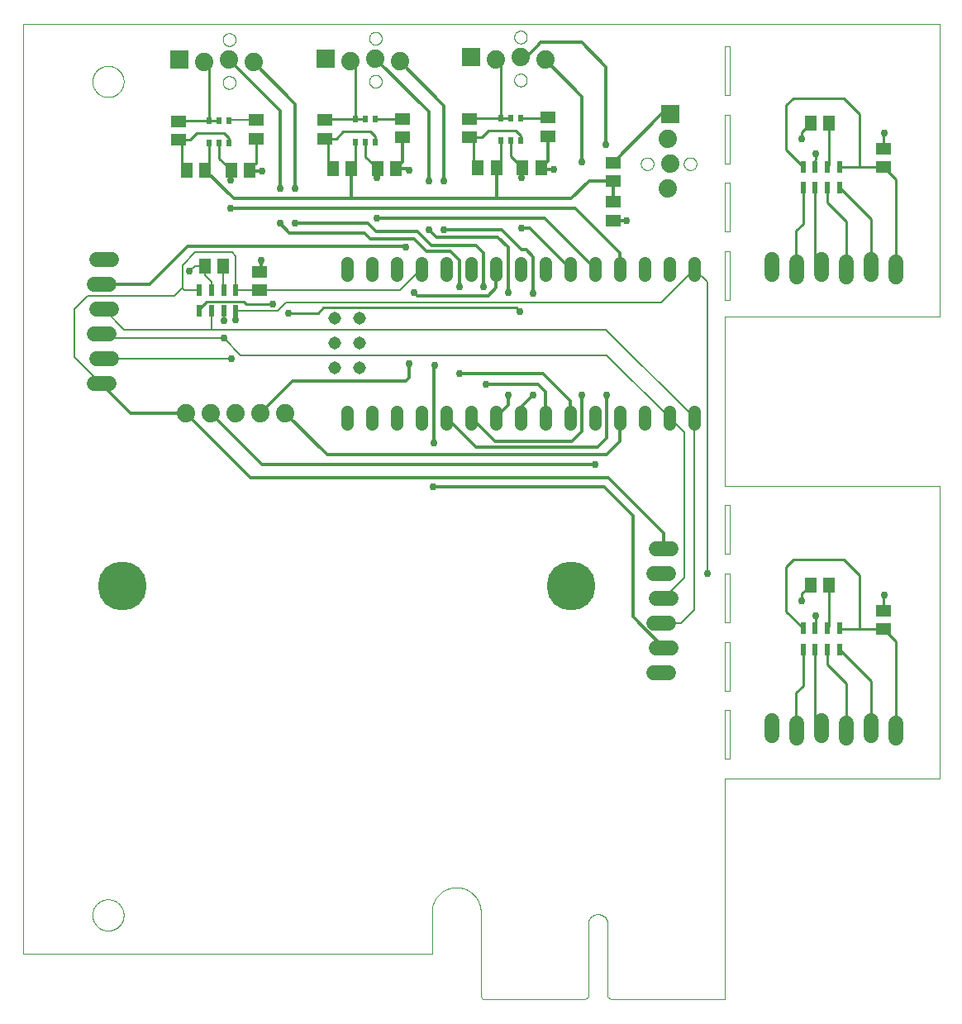
<source format=gtl>
G04 EAGLE Gerber RS-274X export*
G75*
%MOMM*%
%FSLAX34Y34*%
%LPD*%
%INTop Layer*%
%IPPOS*%
%AMOC8*
5,1,8,0,0,1.08239X$1,22.5*%
G01*
%ADD10C,0.000000*%
%ADD11C,0.000003*%
%ADD12R,0.550000X1.150000*%
%ADD13C,1.308000*%
%ADD14C,1.308000*%
%ADD15R,1.500000X1.300000*%
%ADD16R,1.300000X1.500000*%
%ADD17C,1.524000*%
%ADD18R,1.879600X1.879600*%
%ADD19C,1.879600*%
%ADD20R,0.508000X0.700000*%
%ADD21C,5.000000*%
%ADD22C,0.254000*%
%ADD23C,0.304800*%
%ADD24C,0.200000*%
%ADD25C,0.756400*%
%ADD26C,0.152400*%
%ADD27C,0.203200*%


D10*
X-317900Y87150D02*
X-317895Y87543D01*
X-317881Y87935D01*
X-317857Y88327D01*
X-317823Y88718D01*
X-317780Y89109D01*
X-317727Y89498D01*
X-317664Y89885D01*
X-317593Y90271D01*
X-317511Y90656D01*
X-317421Y91038D01*
X-317320Y91417D01*
X-317211Y91795D01*
X-317092Y92169D01*
X-316965Y92540D01*
X-316828Y92908D01*
X-316682Y93273D01*
X-316527Y93634D01*
X-316364Y93991D01*
X-316192Y94344D01*
X-316011Y94692D01*
X-315821Y95036D01*
X-315624Y95376D01*
X-315418Y95710D01*
X-315204Y96039D01*
X-314981Y96363D01*
X-314751Y96681D01*
X-314514Y96994D01*
X-314268Y97300D01*
X-314015Y97601D01*
X-313755Y97895D01*
X-313488Y98183D01*
X-313214Y98464D01*
X-312933Y98738D01*
X-312645Y99005D01*
X-312351Y99265D01*
X-312050Y99518D01*
X-311744Y99764D01*
X-311431Y100001D01*
X-311113Y100231D01*
X-310789Y100454D01*
X-310460Y100668D01*
X-310126Y100874D01*
X-309786Y101071D01*
X-309442Y101261D01*
X-309094Y101442D01*
X-308741Y101614D01*
X-308384Y101777D01*
X-308023Y101932D01*
X-307658Y102078D01*
X-307290Y102215D01*
X-306919Y102342D01*
X-306545Y102461D01*
X-306167Y102570D01*
X-305788Y102671D01*
X-305406Y102761D01*
X-305021Y102843D01*
X-304635Y102914D01*
X-304248Y102977D01*
X-303859Y103030D01*
X-303468Y103073D01*
X-303077Y103107D01*
X-302685Y103131D01*
X-302293Y103145D01*
X-301900Y103150D01*
X-301507Y103145D01*
X-301115Y103131D01*
X-300723Y103107D01*
X-300332Y103073D01*
X-299941Y103030D01*
X-299552Y102977D01*
X-299165Y102914D01*
X-298779Y102843D01*
X-298394Y102761D01*
X-298012Y102671D01*
X-297633Y102570D01*
X-297255Y102461D01*
X-296881Y102342D01*
X-296510Y102215D01*
X-296142Y102078D01*
X-295777Y101932D01*
X-295416Y101777D01*
X-295059Y101614D01*
X-294706Y101442D01*
X-294358Y101261D01*
X-294014Y101071D01*
X-293674Y100874D01*
X-293340Y100668D01*
X-293011Y100454D01*
X-292687Y100231D01*
X-292369Y100001D01*
X-292056Y99764D01*
X-291750Y99518D01*
X-291449Y99265D01*
X-291155Y99005D01*
X-290867Y98738D01*
X-290586Y98464D01*
X-290312Y98183D01*
X-290045Y97895D01*
X-289785Y97601D01*
X-289532Y97300D01*
X-289286Y96994D01*
X-289049Y96681D01*
X-288819Y96363D01*
X-288596Y96039D01*
X-288382Y95710D01*
X-288176Y95376D01*
X-287979Y95036D01*
X-287789Y94692D01*
X-287608Y94344D01*
X-287436Y93991D01*
X-287273Y93634D01*
X-287118Y93273D01*
X-286972Y92908D01*
X-286835Y92540D01*
X-286708Y92169D01*
X-286589Y91795D01*
X-286480Y91417D01*
X-286379Y91038D01*
X-286289Y90656D01*
X-286207Y90271D01*
X-286136Y89885D01*
X-286073Y89498D01*
X-286020Y89109D01*
X-285977Y88718D01*
X-285943Y88327D01*
X-285919Y87935D01*
X-285905Y87543D01*
X-285900Y87150D01*
X-285905Y86757D01*
X-285919Y86365D01*
X-285943Y85973D01*
X-285977Y85582D01*
X-286020Y85191D01*
X-286073Y84802D01*
X-286136Y84415D01*
X-286207Y84029D01*
X-286289Y83644D01*
X-286379Y83262D01*
X-286480Y82883D01*
X-286589Y82505D01*
X-286708Y82131D01*
X-286835Y81760D01*
X-286972Y81392D01*
X-287118Y81027D01*
X-287273Y80666D01*
X-287436Y80309D01*
X-287608Y79956D01*
X-287789Y79608D01*
X-287979Y79264D01*
X-288176Y78924D01*
X-288382Y78590D01*
X-288596Y78261D01*
X-288819Y77937D01*
X-289049Y77619D01*
X-289286Y77306D01*
X-289532Y77000D01*
X-289785Y76699D01*
X-290045Y76405D01*
X-290312Y76117D01*
X-290586Y75836D01*
X-290867Y75562D01*
X-291155Y75295D01*
X-291449Y75035D01*
X-291750Y74782D01*
X-292056Y74536D01*
X-292369Y74299D01*
X-292687Y74069D01*
X-293011Y73846D01*
X-293340Y73632D01*
X-293674Y73426D01*
X-294014Y73229D01*
X-294358Y73039D01*
X-294706Y72858D01*
X-295059Y72686D01*
X-295416Y72523D01*
X-295777Y72368D01*
X-296142Y72222D01*
X-296510Y72085D01*
X-296881Y71958D01*
X-297255Y71839D01*
X-297633Y71730D01*
X-298012Y71629D01*
X-298394Y71539D01*
X-298779Y71457D01*
X-299165Y71386D01*
X-299552Y71323D01*
X-299941Y71270D01*
X-300332Y71227D01*
X-300723Y71193D01*
X-301115Y71169D01*
X-301507Y71155D01*
X-301900Y71150D01*
X-302293Y71155D01*
X-302685Y71169D01*
X-303077Y71193D01*
X-303468Y71227D01*
X-303859Y71270D01*
X-304248Y71323D01*
X-304635Y71386D01*
X-305021Y71457D01*
X-305406Y71539D01*
X-305788Y71629D01*
X-306167Y71730D01*
X-306545Y71839D01*
X-306919Y71958D01*
X-307290Y72085D01*
X-307658Y72222D01*
X-308023Y72368D01*
X-308384Y72523D01*
X-308741Y72686D01*
X-309094Y72858D01*
X-309442Y73039D01*
X-309786Y73229D01*
X-310126Y73426D01*
X-310460Y73632D01*
X-310789Y73846D01*
X-311113Y74069D01*
X-311431Y74299D01*
X-311744Y74536D01*
X-312050Y74782D01*
X-312351Y75035D01*
X-312645Y75295D01*
X-312933Y75562D01*
X-313214Y75836D01*
X-313488Y76117D01*
X-313755Y76405D01*
X-314015Y76699D01*
X-314268Y77000D01*
X-314514Y77306D01*
X-314751Y77619D01*
X-314981Y77937D01*
X-315204Y78261D01*
X-315418Y78590D01*
X-315624Y78924D01*
X-315821Y79264D01*
X-316011Y79608D01*
X-316192Y79956D01*
X-316364Y80309D01*
X-316527Y80666D01*
X-316682Y81027D01*
X-316828Y81392D01*
X-316965Y81760D01*
X-317092Y82131D01*
X-317211Y82505D01*
X-317320Y82883D01*
X-317421Y83262D01*
X-317511Y83644D01*
X-317593Y84029D01*
X-317664Y84415D01*
X-317727Y84802D01*
X-317780Y85191D01*
X-317823Y85582D01*
X-317857Y85973D01*
X-317881Y86365D01*
X-317895Y86757D01*
X-317900Y87150D01*
X-317900Y941050D02*
X-317895Y941443D01*
X-317881Y941835D01*
X-317857Y942227D01*
X-317823Y942618D01*
X-317780Y943009D01*
X-317727Y943398D01*
X-317664Y943785D01*
X-317593Y944171D01*
X-317511Y944556D01*
X-317421Y944938D01*
X-317320Y945317D01*
X-317211Y945695D01*
X-317092Y946069D01*
X-316965Y946440D01*
X-316828Y946808D01*
X-316682Y947173D01*
X-316527Y947534D01*
X-316364Y947891D01*
X-316192Y948244D01*
X-316011Y948592D01*
X-315821Y948936D01*
X-315624Y949276D01*
X-315418Y949610D01*
X-315204Y949939D01*
X-314981Y950263D01*
X-314751Y950581D01*
X-314514Y950894D01*
X-314268Y951200D01*
X-314015Y951501D01*
X-313755Y951795D01*
X-313488Y952083D01*
X-313214Y952364D01*
X-312933Y952638D01*
X-312645Y952905D01*
X-312351Y953165D01*
X-312050Y953418D01*
X-311744Y953664D01*
X-311431Y953901D01*
X-311113Y954131D01*
X-310789Y954354D01*
X-310460Y954568D01*
X-310126Y954774D01*
X-309786Y954971D01*
X-309442Y955161D01*
X-309094Y955342D01*
X-308741Y955514D01*
X-308384Y955677D01*
X-308023Y955832D01*
X-307658Y955978D01*
X-307290Y956115D01*
X-306919Y956242D01*
X-306545Y956361D01*
X-306167Y956470D01*
X-305788Y956571D01*
X-305406Y956661D01*
X-305021Y956743D01*
X-304635Y956814D01*
X-304248Y956877D01*
X-303859Y956930D01*
X-303468Y956973D01*
X-303077Y957007D01*
X-302685Y957031D01*
X-302293Y957045D01*
X-301900Y957050D01*
X-301507Y957045D01*
X-301115Y957031D01*
X-300723Y957007D01*
X-300332Y956973D01*
X-299941Y956930D01*
X-299552Y956877D01*
X-299165Y956814D01*
X-298779Y956743D01*
X-298394Y956661D01*
X-298012Y956571D01*
X-297633Y956470D01*
X-297255Y956361D01*
X-296881Y956242D01*
X-296510Y956115D01*
X-296142Y955978D01*
X-295777Y955832D01*
X-295416Y955677D01*
X-295059Y955514D01*
X-294706Y955342D01*
X-294358Y955161D01*
X-294014Y954971D01*
X-293674Y954774D01*
X-293340Y954568D01*
X-293011Y954354D01*
X-292687Y954131D01*
X-292369Y953901D01*
X-292056Y953664D01*
X-291750Y953418D01*
X-291449Y953165D01*
X-291155Y952905D01*
X-290867Y952638D01*
X-290586Y952364D01*
X-290312Y952083D01*
X-290045Y951795D01*
X-289785Y951501D01*
X-289532Y951200D01*
X-289286Y950894D01*
X-289049Y950581D01*
X-288819Y950263D01*
X-288596Y949939D01*
X-288382Y949610D01*
X-288176Y949276D01*
X-287979Y948936D01*
X-287789Y948592D01*
X-287608Y948244D01*
X-287436Y947891D01*
X-287273Y947534D01*
X-287118Y947173D01*
X-286972Y946808D01*
X-286835Y946440D01*
X-286708Y946069D01*
X-286589Y945695D01*
X-286480Y945317D01*
X-286379Y944938D01*
X-286289Y944556D01*
X-286207Y944171D01*
X-286136Y943785D01*
X-286073Y943398D01*
X-286020Y943009D01*
X-285977Y942618D01*
X-285943Y942227D01*
X-285919Y941835D01*
X-285905Y941443D01*
X-285900Y941050D01*
X-285905Y940657D01*
X-285919Y940265D01*
X-285943Y939873D01*
X-285977Y939482D01*
X-286020Y939091D01*
X-286073Y938702D01*
X-286136Y938315D01*
X-286207Y937929D01*
X-286289Y937544D01*
X-286379Y937162D01*
X-286480Y936783D01*
X-286589Y936405D01*
X-286708Y936031D01*
X-286835Y935660D01*
X-286972Y935292D01*
X-287118Y934927D01*
X-287273Y934566D01*
X-287436Y934209D01*
X-287608Y933856D01*
X-287789Y933508D01*
X-287979Y933164D01*
X-288176Y932824D01*
X-288382Y932490D01*
X-288596Y932161D01*
X-288819Y931837D01*
X-289049Y931519D01*
X-289286Y931206D01*
X-289532Y930900D01*
X-289785Y930599D01*
X-290045Y930305D01*
X-290312Y930017D01*
X-290586Y929736D01*
X-290867Y929462D01*
X-291155Y929195D01*
X-291449Y928935D01*
X-291750Y928682D01*
X-292056Y928436D01*
X-292369Y928199D01*
X-292687Y927969D01*
X-293011Y927746D01*
X-293340Y927532D01*
X-293674Y927326D01*
X-294014Y927129D01*
X-294358Y926939D01*
X-294706Y926758D01*
X-295059Y926586D01*
X-295416Y926423D01*
X-295777Y926268D01*
X-296142Y926122D01*
X-296510Y925985D01*
X-296881Y925858D01*
X-297255Y925739D01*
X-297633Y925630D01*
X-298012Y925529D01*
X-298394Y925439D01*
X-298779Y925357D01*
X-299165Y925286D01*
X-299552Y925223D01*
X-299941Y925170D01*
X-300332Y925127D01*
X-300723Y925093D01*
X-301115Y925069D01*
X-301507Y925055D01*
X-301900Y925050D01*
X-302293Y925055D01*
X-302685Y925069D01*
X-303077Y925093D01*
X-303468Y925127D01*
X-303859Y925170D01*
X-304248Y925223D01*
X-304635Y925286D01*
X-305021Y925357D01*
X-305406Y925439D01*
X-305788Y925529D01*
X-306167Y925630D01*
X-306545Y925739D01*
X-306919Y925858D01*
X-307290Y925985D01*
X-307658Y926122D01*
X-308023Y926268D01*
X-308384Y926423D01*
X-308741Y926586D01*
X-309094Y926758D01*
X-309442Y926939D01*
X-309786Y927129D01*
X-310126Y927326D01*
X-310460Y927532D01*
X-310789Y927746D01*
X-311113Y927969D01*
X-311431Y928199D01*
X-311744Y928436D01*
X-312050Y928682D01*
X-312351Y928935D01*
X-312645Y929195D01*
X-312933Y929462D01*
X-313214Y929736D01*
X-313488Y930017D01*
X-313755Y930305D01*
X-314015Y930599D01*
X-314268Y930900D01*
X-314514Y931206D01*
X-314751Y931519D01*
X-314981Y931837D01*
X-315204Y932161D01*
X-315418Y932490D01*
X-315624Y932824D01*
X-315821Y933164D01*
X-316011Y933508D01*
X-316192Y933856D01*
X-316364Y934209D01*
X-316527Y934566D01*
X-316682Y934927D01*
X-316828Y935292D01*
X-316965Y935660D01*
X-317092Y936031D01*
X-317211Y936405D01*
X-317320Y936783D01*
X-317421Y937162D01*
X-317511Y937544D01*
X-317593Y937929D01*
X-317664Y938315D01*
X-317727Y938702D01*
X-317780Y939091D01*
X-317823Y939482D01*
X-317857Y939873D01*
X-317881Y940265D01*
X-317895Y940657D01*
X-317900Y941050D01*
D11*
X79900Y90500D02*
X79900Y3500D01*
X81900Y500D01*
X186900Y500D01*
X209900Y3500D02*
X209900Y78000D01*
X189900Y3500D02*
X186900Y500D01*
X209900Y3500D02*
X212900Y500D01*
X330000Y500D01*
X209900Y78000D02*
X209897Y78244D01*
X209888Y78487D01*
X209873Y78730D01*
X209853Y78973D01*
X209826Y79215D01*
X209793Y79456D01*
X209755Y79696D01*
X209711Y79936D01*
X209661Y80174D01*
X209605Y80411D01*
X209543Y80647D01*
X209476Y80881D01*
X209403Y81113D01*
X209324Y81344D01*
X209240Y81572D01*
X209150Y81799D01*
X209055Y82023D01*
X208954Y82245D01*
X208848Y82464D01*
X208737Y82680D01*
X208620Y82894D01*
X208499Y83105D01*
X208372Y83313D01*
X208240Y83518D01*
X208103Y83719D01*
X207961Y83917D01*
X207815Y84112D01*
X207664Y84303D01*
X207508Y84490D01*
X207348Y84673D01*
X207183Y84853D01*
X207014Y85028D01*
X206841Y85199D01*
X206663Y85366D01*
X206482Y85528D01*
X206297Y85686D01*
X206108Y85840D01*
X205915Y85989D01*
X205719Y86133D01*
X205519Y86272D01*
X205316Y86407D01*
X205109Y86536D01*
X204900Y86660D01*
X204688Y86779D01*
X204472Y86893D01*
X204255Y87002D01*
X204034Y87105D01*
X203811Y87203D01*
X203586Y87296D01*
X203358Y87383D01*
X203129Y87464D01*
X202897Y87540D01*
X202664Y87610D01*
X202429Y87675D01*
X202193Y87734D01*
X201955Y87787D01*
X201716Y87834D01*
X201476Y87875D01*
X201235Y87910D01*
X200994Y87940D01*
X200751Y87964D01*
X200508Y87981D01*
X200265Y87993D01*
X200022Y87999D01*
X199778Y87999D01*
X199535Y87993D01*
X199292Y87981D01*
X199049Y87964D01*
X198806Y87940D01*
X198565Y87910D01*
X198324Y87875D01*
X198084Y87834D01*
X197845Y87787D01*
X197607Y87734D01*
X197371Y87675D01*
X197136Y87610D01*
X196903Y87540D01*
X196671Y87464D01*
X196442Y87383D01*
X196214Y87296D01*
X195989Y87203D01*
X195766Y87105D01*
X195545Y87002D01*
X195328Y86893D01*
X195112Y86779D01*
X194900Y86660D01*
X194691Y86536D01*
X194484Y86407D01*
X194281Y86272D01*
X194081Y86133D01*
X193885Y85989D01*
X193692Y85840D01*
X193503Y85686D01*
X193318Y85528D01*
X193137Y85366D01*
X192959Y85199D01*
X192786Y85028D01*
X192617Y84853D01*
X192452Y84673D01*
X192292Y84490D01*
X192136Y84303D01*
X191985Y84112D01*
X191839Y83917D01*
X191697Y83719D01*
X191560Y83518D01*
X191428Y83313D01*
X191301Y83105D01*
X191180Y82894D01*
X191063Y82680D01*
X190952Y82464D01*
X190846Y82245D01*
X190745Y82023D01*
X190650Y81799D01*
X190560Y81572D01*
X190476Y81344D01*
X190397Y81113D01*
X190324Y80881D01*
X190257Y80647D01*
X190195Y80411D01*
X190139Y80174D01*
X190089Y79936D01*
X190045Y79696D01*
X190007Y79456D01*
X189974Y79215D01*
X189947Y78973D01*
X189927Y78730D01*
X189912Y78487D01*
X189903Y78244D01*
X189900Y78000D01*
X54900Y115500D02*
X54296Y115493D01*
X53692Y115471D01*
X53089Y115434D01*
X52487Y115383D01*
X51887Y115318D01*
X51288Y115238D01*
X50691Y115143D01*
X50097Y115034D01*
X49505Y114911D01*
X48917Y114774D01*
X48332Y114622D01*
X47751Y114456D01*
X47175Y114276D01*
X46602Y114083D01*
X46035Y113875D01*
X45473Y113654D01*
X44916Y113420D01*
X44365Y113172D01*
X43820Y112911D01*
X43282Y112636D01*
X42750Y112349D01*
X42226Y112049D01*
X41709Y111737D01*
X41200Y111412D01*
X40698Y111075D01*
X40205Y110725D01*
X39721Y110364D01*
X39245Y109992D01*
X38779Y109608D01*
X38322Y109213D01*
X37875Y108807D01*
X37437Y108390D01*
X37010Y107963D01*
X36593Y107525D01*
X36187Y107078D01*
X35792Y106621D01*
X35408Y106155D01*
X35036Y105679D01*
X34675Y105195D01*
X34325Y104702D01*
X33988Y104200D01*
X33663Y103691D01*
X33351Y103174D01*
X33051Y102650D01*
X32764Y102118D01*
X32489Y101580D01*
X32228Y101035D01*
X31980Y100484D01*
X31746Y99927D01*
X31525Y99365D01*
X31317Y98798D01*
X31124Y98225D01*
X30944Y97649D01*
X30778Y97068D01*
X30626Y96483D01*
X30489Y95895D01*
X30366Y95303D01*
X30257Y94709D01*
X30162Y94112D01*
X30082Y93513D01*
X30017Y92913D01*
X29966Y92311D01*
X29929Y91708D01*
X29907Y91104D01*
X29900Y90500D01*
X54900Y115500D02*
X55504Y115493D01*
X56108Y115471D01*
X56711Y115434D01*
X57313Y115383D01*
X57913Y115318D01*
X58512Y115238D01*
X59109Y115143D01*
X59703Y115034D01*
X60295Y114911D01*
X60883Y114774D01*
X61468Y114622D01*
X62049Y114456D01*
X62625Y114276D01*
X63198Y114083D01*
X63765Y113875D01*
X64327Y113654D01*
X64884Y113420D01*
X65435Y113172D01*
X65980Y112911D01*
X66518Y112636D01*
X67050Y112349D01*
X67574Y112049D01*
X68091Y111737D01*
X68600Y111412D01*
X69102Y111075D01*
X69595Y110725D01*
X70079Y110364D01*
X70555Y109992D01*
X71021Y109608D01*
X71478Y109213D01*
X71925Y108807D01*
X72363Y108390D01*
X72790Y107963D01*
X73207Y107525D01*
X73613Y107078D01*
X74008Y106621D01*
X74392Y106155D01*
X74764Y105679D01*
X75125Y105195D01*
X75475Y104702D01*
X75812Y104200D01*
X76137Y103691D01*
X76449Y103174D01*
X76749Y102650D01*
X77036Y102118D01*
X77311Y101580D01*
X77572Y101035D01*
X77820Y100484D01*
X78054Y99927D01*
X78275Y99365D01*
X78483Y98798D01*
X78676Y98225D01*
X78856Y97649D01*
X79022Y97068D01*
X79174Y96483D01*
X79311Y95895D01*
X79434Y95303D01*
X79543Y94709D01*
X79638Y94112D01*
X79718Y93513D01*
X79783Y92913D01*
X79834Y92311D01*
X79871Y91708D01*
X79893Y91104D01*
X79900Y90500D01*
X29900Y90500D02*
X29900Y47500D01*
X-389090Y47500D02*
X-389090Y1000030D01*
X330000Y1000030D01*
X189900Y78000D02*
X189900Y3500D01*
X-389090Y47498D02*
X-389090Y47500D01*
X29900Y47500D01*
D10*
X330000Y700000D02*
X550000Y700000D01*
X550000Y1000030D01*
X330000Y1000030D01*
X330000Y227050D02*
X550000Y227050D01*
X550000Y527050D01*
X330000Y527050D01*
X330000Y227050D02*
X330000Y500D01*
X330000Y527050D02*
X330000Y700000D01*
X335000Y297050D02*
X335000Y247050D01*
X330000Y247050D01*
X330000Y297050D02*
X335000Y297050D01*
X330000Y297050D02*
X330000Y247050D01*
X335000Y317050D02*
X335000Y367050D01*
X335000Y317050D02*
X330000Y317050D01*
X330000Y367050D02*
X335000Y367050D01*
X330000Y367050D02*
X330000Y317050D01*
X335000Y387050D02*
X335000Y437050D01*
X335000Y387050D02*
X330000Y387050D01*
X330000Y437050D02*
X335000Y437050D01*
X330000Y437050D02*
X330000Y387050D01*
X335000Y457050D02*
X335000Y507050D01*
X335000Y457050D02*
X330000Y457050D01*
X330000Y507050D02*
X335000Y507050D01*
X330000Y507050D02*
X330000Y457050D01*
X335000Y717050D02*
X335000Y767050D01*
X335000Y717050D02*
X330000Y717050D01*
X330000Y767050D02*
X335000Y767050D01*
X330000Y767050D02*
X330000Y717050D01*
X335000Y787050D02*
X335000Y837050D01*
X335000Y787050D02*
X330000Y787050D01*
X330000Y837050D02*
X335000Y837050D01*
X330000Y837050D02*
X330000Y787050D01*
X335000Y857050D02*
X335000Y907050D01*
X335000Y857050D02*
X330000Y857050D01*
X330000Y907050D02*
X335000Y907050D01*
X330000Y907050D02*
X330000Y857050D01*
X335000Y927050D02*
X335000Y977050D01*
X335000Y927050D02*
X330000Y927050D01*
X330000Y977050D02*
X335000Y977050D01*
X330000Y977050D02*
X330000Y927050D01*
D12*
X-170870Y727320D03*
X-183370Y727320D03*
X-195870Y727320D03*
X-208370Y727320D03*
X-208370Y705820D03*
X-195870Y705820D03*
X-183370Y705820D03*
X-170870Y705820D03*
D13*
X-57020Y603190D02*
X-57020Y590110D01*
X-31620Y590110D02*
X-31620Y603190D01*
X-6220Y603190D02*
X-6220Y590110D01*
X19180Y590110D02*
X19180Y603190D01*
X44580Y603190D02*
X44580Y590110D01*
X69980Y590110D02*
X69980Y603190D01*
X95380Y603190D02*
X95380Y590110D01*
X120780Y590110D02*
X120780Y603190D01*
X146180Y603190D02*
X146180Y590110D01*
X171580Y590110D02*
X171580Y603190D01*
X196980Y603190D02*
X196980Y590110D01*
X222380Y590110D02*
X222380Y603190D01*
X-57020Y742510D02*
X-57020Y755590D01*
X-31620Y755590D02*
X-31620Y742510D01*
X-6220Y742510D02*
X-6220Y755590D01*
X146180Y755590D02*
X146180Y742510D01*
X171580Y742510D02*
X171580Y755590D01*
X196980Y755590D02*
X196980Y742510D01*
X222380Y742510D02*
X222380Y755590D01*
X298580Y755590D02*
X298580Y742510D01*
X298580Y603190D02*
X298580Y590110D01*
X273180Y590110D02*
X273180Y603190D01*
X247780Y603190D02*
X247780Y590110D01*
X273180Y742510D02*
X273180Y755590D01*
X247780Y755590D02*
X247780Y742510D01*
X19180Y742510D02*
X19180Y755590D01*
D14*
X-44320Y698250D03*
X-44320Y672850D03*
X-44320Y647450D03*
D13*
X120780Y742510D02*
X120780Y755590D01*
X95380Y755590D02*
X95380Y742510D01*
X69980Y742510D02*
X69980Y755590D01*
X44580Y755590D02*
X44580Y742510D01*
D14*
X-69720Y698250D03*
X-69720Y672850D03*
X-69720Y647450D03*
D15*
X-146330Y727260D03*
X-146330Y746260D03*
D16*
X-183930Y752130D03*
X-202930Y752130D03*
D17*
X-298500Y758570D02*
X-313740Y758570D01*
X-316280Y733170D02*
X-301040Y733170D01*
X-298500Y707770D02*
X-313740Y707770D01*
X-316280Y682370D02*
X-301040Y682370D01*
X-298500Y656970D02*
X-313740Y656970D01*
X-316280Y631570D02*
X-301040Y631570D01*
X257510Y335650D02*
X272750Y335650D01*
X275290Y361050D02*
X260050Y361050D01*
X257510Y386450D02*
X272750Y386450D01*
X275290Y411850D02*
X260050Y411850D01*
X257510Y437250D02*
X272750Y437250D01*
X275290Y462650D02*
X260050Y462650D01*
D18*
X-228600Y963210D03*
D19*
X-203200Y960670D03*
X-177800Y963210D03*
X-152400Y960670D03*
D10*
X-184300Y983940D02*
X-184298Y984101D01*
X-184292Y984261D01*
X-184282Y984422D01*
X-184268Y984582D01*
X-184250Y984742D01*
X-184229Y984901D01*
X-184203Y985060D01*
X-184173Y985218D01*
X-184140Y985375D01*
X-184102Y985532D01*
X-184061Y985687D01*
X-184016Y985841D01*
X-183967Y985994D01*
X-183914Y986146D01*
X-183858Y986297D01*
X-183797Y986446D01*
X-183734Y986594D01*
X-183666Y986740D01*
X-183595Y986884D01*
X-183521Y987026D01*
X-183443Y987167D01*
X-183361Y987305D01*
X-183276Y987442D01*
X-183188Y987576D01*
X-183096Y987708D01*
X-183001Y987838D01*
X-182903Y987966D01*
X-182802Y988091D01*
X-182698Y988213D01*
X-182591Y988333D01*
X-182481Y988450D01*
X-182368Y988565D01*
X-182252Y988676D01*
X-182133Y988785D01*
X-182012Y988890D01*
X-181888Y988993D01*
X-181762Y989093D01*
X-181634Y989189D01*
X-181503Y989282D01*
X-181369Y989372D01*
X-181234Y989459D01*
X-181096Y989542D01*
X-180957Y989622D01*
X-180815Y989698D01*
X-180672Y989771D01*
X-180527Y989840D01*
X-180380Y989906D01*
X-180232Y989968D01*
X-180082Y990026D01*
X-179931Y990081D01*
X-179778Y990132D01*
X-179624Y990179D01*
X-179469Y990222D01*
X-179313Y990261D01*
X-179157Y990297D01*
X-178999Y990328D01*
X-178841Y990356D01*
X-178682Y990380D01*
X-178522Y990400D01*
X-178362Y990416D01*
X-178202Y990428D01*
X-178041Y990436D01*
X-177880Y990440D01*
X-177720Y990440D01*
X-177559Y990436D01*
X-177398Y990428D01*
X-177238Y990416D01*
X-177078Y990400D01*
X-176918Y990380D01*
X-176759Y990356D01*
X-176601Y990328D01*
X-176443Y990297D01*
X-176287Y990261D01*
X-176131Y990222D01*
X-175976Y990179D01*
X-175822Y990132D01*
X-175669Y990081D01*
X-175518Y990026D01*
X-175368Y989968D01*
X-175220Y989906D01*
X-175073Y989840D01*
X-174928Y989771D01*
X-174785Y989698D01*
X-174643Y989622D01*
X-174504Y989542D01*
X-174366Y989459D01*
X-174231Y989372D01*
X-174097Y989282D01*
X-173966Y989189D01*
X-173838Y989093D01*
X-173712Y988993D01*
X-173588Y988890D01*
X-173467Y988785D01*
X-173348Y988676D01*
X-173232Y988565D01*
X-173119Y988450D01*
X-173009Y988333D01*
X-172902Y988213D01*
X-172798Y988091D01*
X-172697Y987966D01*
X-172599Y987838D01*
X-172504Y987708D01*
X-172412Y987576D01*
X-172324Y987442D01*
X-172239Y987305D01*
X-172157Y987167D01*
X-172079Y987026D01*
X-172005Y986884D01*
X-171934Y986740D01*
X-171866Y986594D01*
X-171803Y986446D01*
X-171742Y986297D01*
X-171686Y986146D01*
X-171633Y985994D01*
X-171584Y985841D01*
X-171539Y985687D01*
X-171498Y985532D01*
X-171460Y985375D01*
X-171427Y985218D01*
X-171397Y985060D01*
X-171371Y984901D01*
X-171350Y984742D01*
X-171332Y984582D01*
X-171318Y984422D01*
X-171308Y984261D01*
X-171302Y984101D01*
X-171300Y983940D01*
X-171302Y983779D01*
X-171308Y983619D01*
X-171318Y983458D01*
X-171332Y983298D01*
X-171350Y983138D01*
X-171371Y982979D01*
X-171397Y982820D01*
X-171427Y982662D01*
X-171460Y982505D01*
X-171498Y982348D01*
X-171539Y982193D01*
X-171584Y982039D01*
X-171633Y981886D01*
X-171686Y981734D01*
X-171742Y981583D01*
X-171803Y981434D01*
X-171866Y981286D01*
X-171934Y981140D01*
X-172005Y980996D01*
X-172079Y980854D01*
X-172157Y980713D01*
X-172239Y980575D01*
X-172324Y980438D01*
X-172412Y980304D01*
X-172504Y980172D01*
X-172599Y980042D01*
X-172697Y979914D01*
X-172798Y979789D01*
X-172902Y979667D01*
X-173009Y979547D01*
X-173119Y979430D01*
X-173232Y979315D01*
X-173348Y979204D01*
X-173467Y979095D01*
X-173588Y978990D01*
X-173712Y978887D01*
X-173838Y978787D01*
X-173966Y978691D01*
X-174097Y978598D01*
X-174231Y978508D01*
X-174366Y978421D01*
X-174504Y978338D01*
X-174643Y978258D01*
X-174785Y978182D01*
X-174928Y978109D01*
X-175073Y978040D01*
X-175220Y977974D01*
X-175368Y977912D01*
X-175518Y977854D01*
X-175669Y977799D01*
X-175822Y977748D01*
X-175976Y977701D01*
X-176131Y977658D01*
X-176287Y977619D01*
X-176443Y977583D01*
X-176601Y977552D01*
X-176759Y977524D01*
X-176918Y977500D01*
X-177078Y977480D01*
X-177238Y977464D01*
X-177398Y977452D01*
X-177559Y977444D01*
X-177720Y977440D01*
X-177880Y977440D01*
X-178041Y977444D01*
X-178202Y977452D01*
X-178362Y977464D01*
X-178522Y977480D01*
X-178682Y977500D01*
X-178841Y977524D01*
X-178999Y977552D01*
X-179157Y977583D01*
X-179313Y977619D01*
X-179469Y977658D01*
X-179624Y977701D01*
X-179778Y977748D01*
X-179931Y977799D01*
X-180082Y977854D01*
X-180232Y977912D01*
X-180380Y977974D01*
X-180527Y978040D01*
X-180672Y978109D01*
X-180815Y978182D01*
X-180957Y978258D01*
X-181096Y978338D01*
X-181234Y978421D01*
X-181369Y978508D01*
X-181503Y978598D01*
X-181634Y978691D01*
X-181762Y978787D01*
X-181888Y978887D01*
X-182012Y978990D01*
X-182133Y979095D01*
X-182252Y979204D01*
X-182368Y979315D01*
X-182481Y979430D01*
X-182591Y979547D01*
X-182698Y979667D01*
X-182802Y979789D01*
X-182903Y979914D01*
X-183001Y980042D01*
X-183096Y980172D01*
X-183188Y980304D01*
X-183276Y980438D01*
X-183361Y980575D01*
X-183443Y980713D01*
X-183521Y980854D01*
X-183595Y980996D01*
X-183666Y981140D01*
X-183734Y981286D01*
X-183797Y981434D01*
X-183858Y981583D01*
X-183914Y981734D01*
X-183967Y981886D01*
X-184016Y982039D01*
X-184061Y982193D01*
X-184102Y982348D01*
X-184140Y982505D01*
X-184173Y982662D01*
X-184203Y982820D01*
X-184229Y982979D01*
X-184250Y983138D01*
X-184268Y983298D01*
X-184282Y983458D01*
X-184292Y983619D01*
X-184298Y983779D01*
X-184300Y983940D01*
X-184300Y939940D02*
X-184298Y940101D01*
X-184292Y940261D01*
X-184282Y940422D01*
X-184268Y940582D01*
X-184250Y940742D01*
X-184229Y940901D01*
X-184203Y941060D01*
X-184173Y941218D01*
X-184140Y941375D01*
X-184102Y941532D01*
X-184061Y941687D01*
X-184016Y941841D01*
X-183967Y941994D01*
X-183914Y942146D01*
X-183858Y942297D01*
X-183797Y942446D01*
X-183734Y942594D01*
X-183666Y942740D01*
X-183595Y942884D01*
X-183521Y943026D01*
X-183443Y943167D01*
X-183361Y943305D01*
X-183276Y943442D01*
X-183188Y943576D01*
X-183096Y943708D01*
X-183001Y943838D01*
X-182903Y943966D01*
X-182802Y944091D01*
X-182698Y944213D01*
X-182591Y944333D01*
X-182481Y944450D01*
X-182368Y944565D01*
X-182252Y944676D01*
X-182133Y944785D01*
X-182012Y944890D01*
X-181888Y944993D01*
X-181762Y945093D01*
X-181634Y945189D01*
X-181503Y945282D01*
X-181369Y945372D01*
X-181234Y945459D01*
X-181096Y945542D01*
X-180957Y945622D01*
X-180815Y945698D01*
X-180672Y945771D01*
X-180527Y945840D01*
X-180380Y945906D01*
X-180232Y945968D01*
X-180082Y946026D01*
X-179931Y946081D01*
X-179778Y946132D01*
X-179624Y946179D01*
X-179469Y946222D01*
X-179313Y946261D01*
X-179157Y946297D01*
X-178999Y946328D01*
X-178841Y946356D01*
X-178682Y946380D01*
X-178522Y946400D01*
X-178362Y946416D01*
X-178202Y946428D01*
X-178041Y946436D01*
X-177880Y946440D01*
X-177720Y946440D01*
X-177559Y946436D01*
X-177398Y946428D01*
X-177238Y946416D01*
X-177078Y946400D01*
X-176918Y946380D01*
X-176759Y946356D01*
X-176601Y946328D01*
X-176443Y946297D01*
X-176287Y946261D01*
X-176131Y946222D01*
X-175976Y946179D01*
X-175822Y946132D01*
X-175669Y946081D01*
X-175518Y946026D01*
X-175368Y945968D01*
X-175220Y945906D01*
X-175073Y945840D01*
X-174928Y945771D01*
X-174785Y945698D01*
X-174643Y945622D01*
X-174504Y945542D01*
X-174366Y945459D01*
X-174231Y945372D01*
X-174097Y945282D01*
X-173966Y945189D01*
X-173838Y945093D01*
X-173712Y944993D01*
X-173588Y944890D01*
X-173467Y944785D01*
X-173348Y944676D01*
X-173232Y944565D01*
X-173119Y944450D01*
X-173009Y944333D01*
X-172902Y944213D01*
X-172798Y944091D01*
X-172697Y943966D01*
X-172599Y943838D01*
X-172504Y943708D01*
X-172412Y943576D01*
X-172324Y943442D01*
X-172239Y943305D01*
X-172157Y943167D01*
X-172079Y943026D01*
X-172005Y942884D01*
X-171934Y942740D01*
X-171866Y942594D01*
X-171803Y942446D01*
X-171742Y942297D01*
X-171686Y942146D01*
X-171633Y941994D01*
X-171584Y941841D01*
X-171539Y941687D01*
X-171498Y941532D01*
X-171460Y941375D01*
X-171427Y941218D01*
X-171397Y941060D01*
X-171371Y940901D01*
X-171350Y940742D01*
X-171332Y940582D01*
X-171318Y940422D01*
X-171308Y940261D01*
X-171302Y940101D01*
X-171300Y939940D01*
X-171302Y939779D01*
X-171308Y939619D01*
X-171318Y939458D01*
X-171332Y939298D01*
X-171350Y939138D01*
X-171371Y938979D01*
X-171397Y938820D01*
X-171427Y938662D01*
X-171460Y938505D01*
X-171498Y938348D01*
X-171539Y938193D01*
X-171584Y938039D01*
X-171633Y937886D01*
X-171686Y937734D01*
X-171742Y937583D01*
X-171803Y937434D01*
X-171866Y937286D01*
X-171934Y937140D01*
X-172005Y936996D01*
X-172079Y936854D01*
X-172157Y936713D01*
X-172239Y936575D01*
X-172324Y936438D01*
X-172412Y936304D01*
X-172504Y936172D01*
X-172599Y936042D01*
X-172697Y935914D01*
X-172798Y935789D01*
X-172902Y935667D01*
X-173009Y935547D01*
X-173119Y935430D01*
X-173232Y935315D01*
X-173348Y935204D01*
X-173467Y935095D01*
X-173588Y934990D01*
X-173712Y934887D01*
X-173838Y934787D01*
X-173966Y934691D01*
X-174097Y934598D01*
X-174231Y934508D01*
X-174366Y934421D01*
X-174504Y934338D01*
X-174643Y934258D01*
X-174785Y934182D01*
X-174928Y934109D01*
X-175073Y934040D01*
X-175220Y933974D01*
X-175368Y933912D01*
X-175518Y933854D01*
X-175669Y933799D01*
X-175822Y933748D01*
X-175976Y933701D01*
X-176131Y933658D01*
X-176287Y933619D01*
X-176443Y933583D01*
X-176601Y933552D01*
X-176759Y933524D01*
X-176918Y933500D01*
X-177078Y933480D01*
X-177238Y933464D01*
X-177398Y933452D01*
X-177559Y933444D01*
X-177720Y933440D01*
X-177880Y933440D01*
X-178041Y933444D01*
X-178202Y933452D01*
X-178362Y933464D01*
X-178522Y933480D01*
X-178682Y933500D01*
X-178841Y933524D01*
X-178999Y933552D01*
X-179157Y933583D01*
X-179313Y933619D01*
X-179469Y933658D01*
X-179624Y933701D01*
X-179778Y933748D01*
X-179931Y933799D01*
X-180082Y933854D01*
X-180232Y933912D01*
X-180380Y933974D01*
X-180527Y934040D01*
X-180672Y934109D01*
X-180815Y934182D01*
X-180957Y934258D01*
X-181096Y934338D01*
X-181234Y934421D01*
X-181369Y934508D01*
X-181503Y934598D01*
X-181634Y934691D01*
X-181762Y934787D01*
X-181888Y934887D01*
X-182012Y934990D01*
X-182133Y935095D01*
X-182252Y935204D01*
X-182368Y935315D01*
X-182481Y935430D01*
X-182591Y935547D01*
X-182698Y935667D01*
X-182802Y935789D01*
X-182903Y935914D01*
X-183001Y936042D01*
X-183096Y936172D01*
X-183188Y936304D01*
X-183276Y936438D01*
X-183361Y936575D01*
X-183443Y936713D01*
X-183521Y936854D01*
X-183595Y936996D01*
X-183666Y937140D01*
X-183734Y937286D01*
X-183797Y937434D01*
X-183858Y937583D01*
X-183914Y937734D01*
X-183967Y937886D01*
X-184016Y938039D01*
X-184061Y938193D01*
X-184102Y938348D01*
X-184140Y938505D01*
X-184173Y938662D01*
X-184203Y938820D01*
X-184229Y938979D01*
X-184250Y939138D01*
X-184268Y939298D01*
X-184282Y939458D01*
X-184292Y939619D01*
X-184298Y939779D01*
X-184300Y939940D01*
D20*
X-177960Y901170D03*
X-187960Y901170D03*
X-197960Y901170D03*
X-197960Y877930D03*
X-187960Y877930D03*
X-177960Y877930D03*
D15*
X-149860Y882590D03*
X-149860Y901590D03*
X-229870Y900320D03*
X-229870Y881320D03*
D16*
X-221590Y850180D03*
X-202590Y850180D03*
X-156870Y850180D03*
X-175870Y850180D03*
D18*
X-78740Y964480D03*
D19*
X-53340Y961940D03*
X-27940Y964480D03*
X-2540Y961940D03*
D10*
X-34440Y985210D02*
X-34438Y985371D01*
X-34432Y985531D01*
X-34422Y985692D01*
X-34408Y985852D01*
X-34390Y986012D01*
X-34369Y986171D01*
X-34343Y986330D01*
X-34313Y986488D01*
X-34280Y986645D01*
X-34242Y986802D01*
X-34201Y986957D01*
X-34156Y987111D01*
X-34107Y987264D01*
X-34054Y987416D01*
X-33998Y987567D01*
X-33937Y987716D01*
X-33874Y987864D01*
X-33806Y988010D01*
X-33735Y988154D01*
X-33661Y988296D01*
X-33583Y988437D01*
X-33501Y988575D01*
X-33416Y988712D01*
X-33328Y988846D01*
X-33236Y988978D01*
X-33141Y989108D01*
X-33043Y989236D01*
X-32942Y989361D01*
X-32838Y989483D01*
X-32731Y989603D01*
X-32621Y989720D01*
X-32508Y989835D01*
X-32392Y989946D01*
X-32273Y990055D01*
X-32152Y990160D01*
X-32028Y990263D01*
X-31902Y990363D01*
X-31774Y990459D01*
X-31643Y990552D01*
X-31509Y990642D01*
X-31374Y990729D01*
X-31236Y990812D01*
X-31097Y990892D01*
X-30955Y990968D01*
X-30812Y991041D01*
X-30667Y991110D01*
X-30520Y991176D01*
X-30372Y991238D01*
X-30222Y991296D01*
X-30071Y991351D01*
X-29918Y991402D01*
X-29764Y991449D01*
X-29609Y991492D01*
X-29453Y991531D01*
X-29297Y991567D01*
X-29139Y991598D01*
X-28981Y991626D01*
X-28822Y991650D01*
X-28662Y991670D01*
X-28502Y991686D01*
X-28342Y991698D01*
X-28181Y991706D01*
X-28020Y991710D01*
X-27860Y991710D01*
X-27699Y991706D01*
X-27538Y991698D01*
X-27378Y991686D01*
X-27218Y991670D01*
X-27058Y991650D01*
X-26899Y991626D01*
X-26741Y991598D01*
X-26583Y991567D01*
X-26427Y991531D01*
X-26271Y991492D01*
X-26116Y991449D01*
X-25962Y991402D01*
X-25809Y991351D01*
X-25658Y991296D01*
X-25508Y991238D01*
X-25360Y991176D01*
X-25213Y991110D01*
X-25068Y991041D01*
X-24925Y990968D01*
X-24783Y990892D01*
X-24644Y990812D01*
X-24506Y990729D01*
X-24371Y990642D01*
X-24237Y990552D01*
X-24106Y990459D01*
X-23978Y990363D01*
X-23852Y990263D01*
X-23728Y990160D01*
X-23607Y990055D01*
X-23488Y989946D01*
X-23372Y989835D01*
X-23259Y989720D01*
X-23149Y989603D01*
X-23042Y989483D01*
X-22938Y989361D01*
X-22837Y989236D01*
X-22739Y989108D01*
X-22644Y988978D01*
X-22552Y988846D01*
X-22464Y988712D01*
X-22379Y988575D01*
X-22297Y988437D01*
X-22219Y988296D01*
X-22145Y988154D01*
X-22074Y988010D01*
X-22006Y987864D01*
X-21943Y987716D01*
X-21882Y987567D01*
X-21826Y987416D01*
X-21773Y987264D01*
X-21724Y987111D01*
X-21679Y986957D01*
X-21638Y986802D01*
X-21600Y986645D01*
X-21567Y986488D01*
X-21537Y986330D01*
X-21511Y986171D01*
X-21490Y986012D01*
X-21472Y985852D01*
X-21458Y985692D01*
X-21448Y985531D01*
X-21442Y985371D01*
X-21440Y985210D01*
X-21442Y985049D01*
X-21448Y984889D01*
X-21458Y984728D01*
X-21472Y984568D01*
X-21490Y984408D01*
X-21511Y984249D01*
X-21537Y984090D01*
X-21567Y983932D01*
X-21600Y983775D01*
X-21638Y983618D01*
X-21679Y983463D01*
X-21724Y983309D01*
X-21773Y983156D01*
X-21826Y983004D01*
X-21882Y982853D01*
X-21943Y982704D01*
X-22006Y982556D01*
X-22074Y982410D01*
X-22145Y982266D01*
X-22219Y982124D01*
X-22297Y981983D01*
X-22379Y981845D01*
X-22464Y981708D01*
X-22552Y981574D01*
X-22644Y981442D01*
X-22739Y981312D01*
X-22837Y981184D01*
X-22938Y981059D01*
X-23042Y980937D01*
X-23149Y980817D01*
X-23259Y980700D01*
X-23372Y980585D01*
X-23488Y980474D01*
X-23607Y980365D01*
X-23728Y980260D01*
X-23852Y980157D01*
X-23978Y980057D01*
X-24106Y979961D01*
X-24237Y979868D01*
X-24371Y979778D01*
X-24506Y979691D01*
X-24644Y979608D01*
X-24783Y979528D01*
X-24925Y979452D01*
X-25068Y979379D01*
X-25213Y979310D01*
X-25360Y979244D01*
X-25508Y979182D01*
X-25658Y979124D01*
X-25809Y979069D01*
X-25962Y979018D01*
X-26116Y978971D01*
X-26271Y978928D01*
X-26427Y978889D01*
X-26583Y978853D01*
X-26741Y978822D01*
X-26899Y978794D01*
X-27058Y978770D01*
X-27218Y978750D01*
X-27378Y978734D01*
X-27538Y978722D01*
X-27699Y978714D01*
X-27860Y978710D01*
X-28020Y978710D01*
X-28181Y978714D01*
X-28342Y978722D01*
X-28502Y978734D01*
X-28662Y978750D01*
X-28822Y978770D01*
X-28981Y978794D01*
X-29139Y978822D01*
X-29297Y978853D01*
X-29453Y978889D01*
X-29609Y978928D01*
X-29764Y978971D01*
X-29918Y979018D01*
X-30071Y979069D01*
X-30222Y979124D01*
X-30372Y979182D01*
X-30520Y979244D01*
X-30667Y979310D01*
X-30812Y979379D01*
X-30955Y979452D01*
X-31097Y979528D01*
X-31236Y979608D01*
X-31374Y979691D01*
X-31509Y979778D01*
X-31643Y979868D01*
X-31774Y979961D01*
X-31902Y980057D01*
X-32028Y980157D01*
X-32152Y980260D01*
X-32273Y980365D01*
X-32392Y980474D01*
X-32508Y980585D01*
X-32621Y980700D01*
X-32731Y980817D01*
X-32838Y980937D01*
X-32942Y981059D01*
X-33043Y981184D01*
X-33141Y981312D01*
X-33236Y981442D01*
X-33328Y981574D01*
X-33416Y981708D01*
X-33501Y981845D01*
X-33583Y981983D01*
X-33661Y982124D01*
X-33735Y982266D01*
X-33806Y982410D01*
X-33874Y982556D01*
X-33937Y982704D01*
X-33998Y982853D01*
X-34054Y983004D01*
X-34107Y983156D01*
X-34156Y983309D01*
X-34201Y983463D01*
X-34242Y983618D01*
X-34280Y983775D01*
X-34313Y983932D01*
X-34343Y984090D01*
X-34369Y984249D01*
X-34390Y984408D01*
X-34408Y984568D01*
X-34422Y984728D01*
X-34432Y984889D01*
X-34438Y985049D01*
X-34440Y985210D01*
X-34440Y941210D02*
X-34438Y941371D01*
X-34432Y941531D01*
X-34422Y941692D01*
X-34408Y941852D01*
X-34390Y942012D01*
X-34369Y942171D01*
X-34343Y942330D01*
X-34313Y942488D01*
X-34280Y942645D01*
X-34242Y942802D01*
X-34201Y942957D01*
X-34156Y943111D01*
X-34107Y943264D01*
X-34054Y943416D01*
X-33998Y943567D01*
X-33937Y943716D01*
X-33874Y943864D01*
X-33806Y944010D01*
X-33735Y944154D01*
X-33661Y944296D01*
X-33583Y944437D01*
X-33501Y944575D01*
X-33416Y944712D01*
X-33328Y944846D01*
X-33236Y944978D01*
X-33141Y945108D01*
X-33043Y945236D01*
X-32942Y945361D01*
X-32838Y945483D01*
X-32731Y945603D01*
X-32621Y945720D01*
X-32508Y945835D01*
X-32392Y945946D01*
X-32273Y946055D01*
X-32152Y946160D01*
X-32028Y946263D01*
X-31902Y946363D01*
X-31774Y946459D01*
X-31643Y946552D01*
X-31509Y946642D01*
X-31374Y946729D01*
X-31236Y946812D01*
X-31097Y946892D01*
X-30955Y946968D01*
X-30812Y947041D01*
X-30667Y947110D01*
X-30520Y947176D01*
X-30372Y947238D01*
X-30222Y947296D01*
X-30071Y947351D01*
X-29918Y947402D01*
X-29764Y947449D01*
X-29609Y947492D01*
X-29453Y947531D01*
X-29297Y947567D01*
X-29139Y947598D01*
X-28981Y947626D01*
X-28822Y947650D01*
X-28662Y947670D01*
X-28502Y947686D01*
X-28342Y947698D01*
X-28181Y947706D01*
X-28020Y947710D01*
X-27860Y947710D01*
X-27699Y947706D01*
X-27538Y947698D01*
X-27378Y947686D01*
X-27218Y947670D01*
X-27058Y947650D01*
X-26899Y947626D01*
X-26741Y947598D01*
X-26583Y947567D01*
X-26427Y947531D01*
X-26271Y947492D01*
X-26116Y947449D01*
X-25962Y947402D01*
X-25809Y947351D01*
X-25658Y947296D01*
X-25508Y947238D01*
X-25360Y947176D01*
X-25213Y947110D01*
X-25068Y947041D01*
X-24925Y946968D01*
X-24783Y946892D01*
X-24644Y946812D01*
X-24506Y946729D01*
X-24371Y946642D01*
X-24237Y946552D01*
X-24106Y946459D01*
X-23978Y946363D01*
X-23852Y946263D01*
X-23728Y946160D01*
X-23607Y946055D01*
X-23488Y945946D01*
X-23372Y945835D01*
X-23259Y945720D01*
X-23149Y945603D01*
X-23042Y945483D01*
X-22938Y945361D01*
X-22837Y945236D01*
X-22739Y945108D01*
X-22644Y944978D01*
X-22552Y944846D01*
X-22464Y944712D01*
X-22379Y944575D01*
X-22297Y944437D01*
X-22219Y944296D01*
X-22145Y944154D01*
X-22074Y944010D01*
X-22006Y943864D01*
X-21943Y943716D01*
X-21882Y943567D01*
X-21826Y943416D01*
X-21773Y943264D01*
X-21724Y943111D01*
X-21679Y942957D01*
X-21638Y942802D01*
X-21600Y942645D01*
X-21567Y942488D01*
X-21537Y942330D01*
X-21511Y942171D01*
X-21490Y942012D01*
X-21472Y941852D01*
X-21458Y941692D01*
X-21448Y941531D01*
X-21442Y941371D01*
X-21440Y941210D01*
X-21442Y941049D01*
X-21448Y940889D01*
X-21458Y940728D01*
X-21472Y940568D01*
X-21490Y940408D01*
X-21511Y940249D01*
X-21537Y940090D01*
X-21567Y939932D01*
X-21600Y939775D01*
X-21638Y939618D01*
X-21679Y939463D01*
X-21724Y939309D01*
X-21773Y939156D01*
X-21826Y939004D01*
X-21882Y938853D01*
X-21943Y938704D01*
X-22006Y938556D01*
X-22074Y938410D01*
X-22145Y938266D01*
X-22219Y938124D01*
X-22297Y937983D01*
X-22379Y937845D01*
X-22464Y937708D01*
X-22552Y937574D01*
X-22644Y937442D01*
X-22739Y937312D01*
X-22837Y937184D01*
X-22938Y937059D01*
X-23042Y936937D01*
X-23149Y936817D01*
X-23259Y936700D01*
X-23372Y936585D01*
X-23488Y936474D01*
X-23607Y936365D01*
X-23728Y936260D01*
X-23852Y936157D01*
X-23978Y936057D01*
X-24106Y935961D01*
X-24237Y935868D01*
X-24371Y935778D01*
X-24506Y935691D01*
X-24644Y935608D01*
X-24783Y935528D01*
X-24925Y935452D01*
X-25068Y935379D01*
X-25213Y935310D01*
X-25360Y935244D01*
X-25508Y935182D01*
X-25658Y935124D01*
X-25809Y935069D01*
X-25962Y935018D01*
X-26116Y934971D01*
X-26271Y934928D01*
X-26427Y934889D01*
X-26583Y934853D01*
X-26741Y934822D01*
X-26899Y934794D01*
X-27058Y934770D01*
X-27218Y934750D01*
X-27378Y934734D01*
X-27538Y934722D01*
X-27699Y934714D01*
X-27860Y934710D01*
X-28020Y934710D01*
X-28181Y934714D01*
X-28342Y934722D01*
X-28502Y934734D01*
X-28662Y934750D01*
X-28822Y934770D01*
X-28981Y934794D01*
X-29139Y934822D01*
X-29297Y934853D01*
X-29453Y934889D01*
X-29609Y934928D01*
X-29764Y934971D01*
X-29918Y935018D01*
X-30071Y935069D01*
X-30222Y935124D01*
X-30372Y935182D01*
X-30520Y935244D01*
X-30667Y935310D01*
X-30812Y935379D01*
X-30955Y935452D01*
X-31097Y935528D01*
X-31236Y935608D01*
X-31374Y935691D01*
X-31509Y935778D01*
X-31643Y935868D01*
X-31774Y935961D01*
X-31902Y936057D01*
X-32028Y936157D01*
X-32152Y936260D01*
X-32273Y936365D01*
X-32392Y936474D01*
X-32508Y936585D01*
X-32621Y936700D01*
X-32731Y936817D01*
X-32838Y936937D01*
X-32942Y937059D01*
X-33043Y937184D01*
X-33141Y937312D01*
X-33236Y937442D01*
X-33328Y937574D01*
X-33416Y937708D01*
X-33501Y937845D01*
X-33583Y937983D01*
X-33661Y938124D01*
X-33735Y938266D01*
X-33806Y938410D01*
X-33874Y938556D01*
X-33937Y938704D01*
X-33998Y938853D01*
X-34054Y939004D01*
X-34107Y939156D01*
X-34156Y939309D01*
X-34201Y939463D01*
X-34242Y939618D01*
X-34280Y939775D01*
X-34313Y939932D01*
X-34343Y940090D01*
X-34369Y940249D01*
X-34390Y940408D01*
X-34408Y940568D01*
X-34422Y940728D01*
X-34432Y940889D01*
X-34438Y941049D01*
X-34440Y941210D01*
D20*
X-28100Y902440D03*
X-38100Y902440D03*
X-48100Y902440D03*
X-48100Y879200D03*
X-38100Y879200D03*
X-28100Y879200D03*
D15*
X0Y883860D03*
X0Y902860D03*
X-80010Y901590D03*
X-80010Y882590D03*
D16*
X-71730Y851450D03*
X-52730Y851450D03*
X-7010Y851450D03*
X-26010Y851450D03*
D18*
X69850Y965750D03*
D19*
X95250Y963210D03*
X120650Y965750D03*
X146050Y963210D03*
D10*
X114150Y986480D02*
X114152Y986641D01*
X114158Y986801D01*
X114168Y986962D01*
X114182Y987122D01*
X114200Y987282D01*
X114221Y987441D01*
X114247Y987600D01*
X114277Y987758D01*
X114310Y987915D01*
X114348Y988072D01*
X114389Y988227D01*
X114434Y988381D01*
X114483Y988534D01*
X114536Y988686D01*
X114592Y988837D01*
X114653Y988986D01*
X114716Y989134D01*
X114784Y989280D01*
X114855Y989424D01*
X114929Y989566D01*
X115007Y989707D01*
X115089Y989845D01*
X115174Y989982D01*
X115262Y990116D01*
X115354Y990248D01*
X115449Y990378D01*
X115547Y990506D01*
X115648Y990631D01*
X115752Y990753D01*
X115859Y990873D01*
X115969Y990990D01*
X116082Y991105D01*
X116198Y991216D01*
X116317Y991325D01*
X116438Y991430D01*
X116562Y991533D01*
X116688Y991633D01*
X116816Y991729D01*
X116947Y991822D01*
X117081Y991912D01*
X117216Y991999D01*
X117354Y992082D01*
X117493Y992162D01*
X117635Y992238D01*
X117778Y992311D01*
X117923Y992380D01*
X118070Y992446D01*
X118218Y992508D01*
X118368Y992566D01*
X118519Y992621D01*
X118672Y992672D01*
X118826Y992719D01*
X118981Y992762D01*
X119137Y992801D01*
X119293Y992837D01*
X119451Y992868D01*
X119609Y992896D01*
X119768Y992920D01*
X119928Y992940D01*
X120088Y992956D01*
X120248Y992968D01*
X120409Y992976D01*
X120570Y992980D01*
X120730Y992980D01*
X120891Y992976D01*
X121052Y992968D01*
X121212Y992956D01*
X121372Y992940D01*
X121532Y992920D01*
X121691Y992896D01*
X121849Y992868D01*
X122007Y992837D01*
X122163Y992801D01*
X122319Y992762D01*
X122474Y992719D01*
X122628Y992672D01*
X122781Y992621D01*
X122932Y992566D01*
X123082Y992508D01*
X123230Y992446D01*
X123377Y992380D01*
X123522Y992311D01*
X123665Y992238D01*
X123807Y992162D01*
X123946Y992082D01*
X124084Y991999D01*
X124219Y991912D01*
X124353Y991822D01*
X124484Y991729D01*
X124612Y991633D01*
X124738Y991533D01*
X124862Y991430D01*
X124983Y991325D01*
X125102Y991216D01*
X125218Y991105D01*
X125331Y990990D01*
X125441Y990873D01*
X125548Y990753D01*
X125652Y990631D01*
X125753Y990506D01*
X125851Y990378D01*
X125946Y990248D01*
X126038Y990116D01*
X126126Y989982D01*
X126211Y989845D01*
X126293Y989707D01*
X126371Y989566D01*
X126445Y989424D01*
X126516Y989280D01*
X126584Y989134D01*
X126647Y988986D01*
X126708Y988837D01*
X126764Y988686D01*
X126817Y988534D01*
X126866Y988381D01*
X126911Y988227D01*
X126952Y988072D01*
X126990Y987915D01*
X127023Y987758D01*
X127053Y987600D01*
X127079Y987441D01*
X127100Y987282D01*
X127118Y987122D01*
X127132Y986962D01*
X127142Y986801D01*
X127148Y986641D01*
X127150Y986480D01*
X127148Y986319D01*
X127142Y986159D01*
X127132Y985998D01*
X127118Y985838D01*
X127100Y985678D01*
X127079Y985519D01*
X127053Y985360D01*
X127023Y985202D01*
X126990Y985045D01*
X126952Y984888D01*
X126911Y984733D01*
X126866Y984579D01*
X126817Y984426D01*
X126764Y984274D01*
X126708Y984123D01*
X126647Y983974D01*
X126584Y983826D01*
X126516Y983680D01*
X126445Y983536D01*
X126371Y983394D01*
X126293Y983253D01*
X126211Y983115D01*
X126126Y982978D01*
X126038Y982844D01*
X125946Y982712D01*
X125851Y982582D01*
X125753Y982454D01*
X125652Y982329D01*
X125548Y982207D01*
X125441Y982087D01*
X125331Y981970D01*
X125218Y981855D01*
X125102Y981744D01*
X124983Y981635D01*
X124862Y981530D01*
X124738Y981427D01*
X124612Y981327D01*
X124484Y981231D01*
X124353Y981138D01*
X124219Y981048D01*
X124084Y980961D01*
X123946Y980878D01*
X123807Y980798D01*
X123665Y980722D01*
X123522Y980649D01*
X123377Y980580D01*
X123230Y980514D01*
X123082Y980452D01*
X122932Y980394D01*
X122781Y980339D01*
X122628Y980288D01*
X122474Y980241D01*
X122319Y980198D01*
X122163Y980159D01*
X122007Y980123D01*
X121849Y980092D01*
X121691Y980064D01*
X121532Y980040D01*
X121372Y980020D01*
X121212Y980004D01*
X121052Y979992D01*
X120891Y979984D01*
X120730Y979980D01*
X120570Y979980D01*
X120409Y979984D01*
X120248Y979992D01*
X120088Y980004D01*
X119928Y980020D01*
X119768Y980040D01*
X119609Y980064D01*
X119451Y980092D01*
X119293Y980123D01*
X119137Y980159D01*
X118981Y980198D01*
X118826Y980241D01*
X118672Y980288D01*
X118519Y980339D01*
X118368Y980394D01*
X118218Y980452D01*
X118070Y980514D01*
X117923Y980580D01*
X117778Y980649D01*
X117635Y980722D01*
X117493Y980798D01*
X117354Y980878D01*
X117216Y980961D01*
X117081Y981048D01*
X116947Y981138D01*
X116816Y981231D01*
X116688Y981327D01*
X116562Y981427D01*
X116438Y981530D01*
X116317Y981635D01*
X116198Y981744D01*
X116082Y981855D01*
X115969Y981970D01*
X115859Y982087D01*
X115752Y982207D01*
X115648Y982329D01*
X115547Y982454D01*
X115449Y982582D01*
X115354Y982712D01*
X115262Y982844D01*
X115174Y982978D01*
X115089Y983115D01*
X115007Y983253D01*
X114929Y983394D01*
X114855Y983536D01*
X114784Y983680D01*
X114716Y983826D01*
X114653Y983974D01*
X114592Y984123D01*
X114536Y984274D01*
X114483Y984426D01*
X114434Y984579D01*
X114389Y984733D01*
X114348Y984888D01*
X114310Y985045D01*
X114277Y985202D01*
X114247Y985360D01*
X114221Y985519D01*
X114200Y985678D01*
X114182Y985838D01*
X114168Y985998D01*
X114158Y986159D01*
X114152Y986319D01*
X114150Y986480D01*
X114150Y942480D02*
X114152Y942641D01*
X114158Y942801D01*
X114168Y942962D01*
X114182Y943122D01*
X114200Y943282D01*
X114221Y943441D01*
X114247Y943600D01*
X114277Y943758D01*
X114310Y943915D01*
X114348Y944072D01*
X114389Y944227D01*
X114434Y944381D01*
X114483Y944534D01*
X114536Y944686D01*
X114592Y944837D01*
X114653Y944986D01*
X114716Y945134D01*
X114784Y945280D01*
X114855Y945424D01*
X114929Y945566D01*
X115007Y945707D01*
X115089Y945845D01*
X115174Y945982D01*
X115262Y946116D01*
X115354Y946248D01*
X115449Y946378D01*
X115547Y946506D01*
X115648Y946631D01*
X115752Y946753D01*
X115859Y946873D01*
X115969Y946990D01*
X116082Y947105D01*
X116198Y947216D01*
X116317Y947325D01*
X116438Y947430D01*
X116562Y947533D01*
X116688Y947633D01*
X116816Y947729D01*
X116947Y947822D01*
X117081Y947912D01*
X117216Y947999D01*
X117354Y948082D01*
X117493Y948162D01*
X117635Y948238D01*
X117778Y948311D01*
X117923Y948380D01*
X118070Y948446D01*
X118218Y948508D01*
X118368Y948566D01*
X118519Y948621D01*
X118672Y948672D01*
X118826Y948719D01*
X118981Y948762D01*
X119137Y948801D01*
X119293Y948837D01*
X119451Y948868D01*
X119609Y948896D01*
X119768Y948920D01*
X119928Y948940D01*
X120088Y948956D01*
X120248Y948968D01*
X120409Y948976D01*
X120570Y948980D01*
X120730Y948980D01*
X120891Y948976D01*
X121052Y948968D01*
X121212Y948956D01*
X121372Y948940D01*
X121532Y948920D01*
X121691Y948896D01*
X121849Y948868D01*
X122007Y948837D01*
X122163Y948801D01*
X122319Y948762D01*
X122474Y948719D01*
X122628Y948672D01*
X122781Y948621D01*
X122932Y948566D01*
X123082Y948508D01*
X123230Y948446D01*
X123377Y948380D01*
X123522Y948311D01*
X123665Y948238D01*
X123807Y948162D01*
X123946Y948082D01*
X124084Y947999D01*
X124219Y947912D01*
X124353Y947822D01*
X124484Y947729D01*
X124612Y947633D01*
X124738Y947533D01*
X124862Y947430D01*
X124983Y947325D01*
X125102Y947216D01*
X125218Y947105D01*
X125331Y946990D01*
X125441Y946873D01*
X125548Y946753D01*
X125652Y946631D01*
X125753Y946506D01*
X125851Y946378D01*
X125946Y946248D01*
X126038Y946116D01*
X126126Y945982D01*
X126211Y945845D01*
X126293Y945707D01*
X126371Y945566D01*
X126445Y945424D01*
X126516Y945280D01*
X126584Y945134D01*
X126647Y944986D01*
X126708Y944837D01*
X126764Y944686D01*
X126817Y944534D01*
X126866Y944381D01*
X126911Y944227D01*
X126952Y944072D01*
X126990Y943915D01*
X127023Y943758D01*
X127053Y943600D01*
X127079Y943441D01*
X127100Y943282D01*
X127118Y943122D01*
X127132Y942962D01*
X127142Y942801D01*
X127148Y942641D01*
X127150Y942480D01*
X127148Y942319D01*
X127142Y942159D01*
X127132Y941998D01*
X127118Y941838D01*
X127100Y941678D01*
X127079Y941519D01*
X127053Y941360D01*
X127023Y941202D01*
X126990Y941045D01*
X126952Y940888D01*
X126911Y940733D01*
X126866Y940579D01*
X126817Y940426D01*
X126764Y940274D01*
X126708Y940123D01*
X126647Y939974D01*
X126584Y939826D01*
X126516Y939680D01*
X126445Y939536D01*
X126371Y939394D01*
X126293Y939253D01*
X126211Y939115D01*
X126126Y938978D01*
X126038Y938844D01*
X125946Y938712D01*
X125851Y938582D01*
X125753Y938454D01*
X125652Y938329D01*
X125548Y938207D01*
X125441Y938087D01*
X125331Y937970D01*
X125218Y937855D01*
X125102Y937744D01*
X124983Y937635D01*
X124862Y937530D01*
X124738Y937427D01*
X124612Y937327D01*
X124484Y937231D01*
X124353Y937138D01*
X124219Y937048D01*
X124084Y936961D01*
X123946Y936878D01*
X123807Y936798D01*
X123665Y936722D01*
X123522Y936649D01*
X123377Y936580D01*
X123230Y936514D01*
X123082Y936452D01*
X122932Y936394D01*
X122781Y936339D01*
X122628Y936288D01*
X122474Y936241D01*
X122319Y936198D01*
X122163Y936159D01*
X122007Y936123D01*
X121849Y936092D01*
X121691Y936064D01*
X121532Y936040D01*
X121372Y936020D01*
X121212Y936004D01*
X121052Y935992D01*
X120891Y935984D01*
X120730Y935980D01*
X120570Y935980D01*
X120409Y935984D01*
X120248Y935992D01*
X120088Y936004D01*
X119928Y936020D01*
X119768Y936040D01*
X119609Y936064D01*
X119451Y936092D01*
X119293Y936123D01*
X119137Y936159D01*
X118981Y936198D01*
X118826Y936241D01*
X118672Y936288D01*
X118519Y936339D01*
X118368Y936394D01*
X118218Y936452D01*
X118070Y936514D01*
X117923Y936580D01*
X117778Y936649D01*
X117635Y936722D01*
X117493Y936798D01*
X117354Y936878D01*
X117216Y936961D01*
X117081Y937048D01*
X116947Y937138D01*
X116816Y937231D01*
X116688Y937327D01*
X116562Y937427D01*
X116438Y937530D01*
X116317Y937635D01*
X116198Y937744D01*
X116082Y937855D01*
X115969Y937970D01*
X115859Y938087D01*
X115752Y938207D01*
X115648Y938329D01*
X115547Y938454D01*
X115449Y938582D01*
X115354Y938712D01*
X115262Y938844D01*
X115174Y938978D01*
X115089Y939115D01*
X115007Y939253D01*
X114929Y939394D01*
X114855Y939536D01*
X114784Y939680D01*
X114716Y939826D01*
X114653Y939974D01*
X114592Y940123D01*
X114536Y940274D01*
X114483Y940426D01*
X114434Y940579D01*
X114389Y940733D01*
X114348Y940888D01*
X114310Y941045D01*
X114277Y941202D01*
X114247Y941360D01*
X114221Y941519D01*
X114200Y941678D01*
X114182Y941838D01*
X114168Y941998D01*
X114158Y942159D01*
X114152Y942319D01*
X114150Y942480D01*
D20*
X120490Y903710D03*
X110490Y903710D03*
X100490Y903710D03*
X100490Y880470D03*
X110490Y880470D03*
X120490Y880470D03*
D15*
X148590Y885130D03*
X148590Y904130D03*
X68580Y902860D03*
X68580Y883860D03*
D16*
X76860Y852720D03*
X95860Y852720D03*
X141580Y852720D03*
X122580Y852720D03*
D18*
X273710Y907480D03*
D19*
X271170Y882080D03*
X273710Y856680D03*
X271170Y831280D03*
D10*
X287940Y856680D02*
X287942Y856841D01*
X287948Y857001D01*
X287958Y857162D01*
X287972Y857322D01*
X287990Y857482D01*
X288011Y857641D01*
X288037Y857800D01*
X288067Y857958D01*
X288100Y858115D01*
X288138Y858272D01*
X288179Y858427D01*
X288224Y858581D01*
X288273Y858734D01*
X288326Y858886D01*
X288382Y859037D01*
X288443Y859186D01*
X288506Y859334D01*
X288574Y859480D01*
X288645Y859624D01*
X288719Y859766D01*
X288797Y859907D01*
X288879Y860045D01*
X288964Y860182D01*
X289052Y860316D01*
X289144Y860448D01*
X289239Y860578D01*
X289337Y860706D01*
X289438Y860831D01*
X289542Y860953D01*
X289649Y861073D01*
X289759Y861190D01*
X289872Y861305D01*
X289988Y861416D01*
X290107Y861525D01*
X290228Y861630D01*
X290352Y861733D01*
X290478Y861833D01*
X290606Y861929D01*
X290737Y862022D01*
X290871Y862112D01*
X291006Y862199D01*
X291144Y862282D01*
X291283Y862362D01*
X291425Y862438D01*
X291568Y862511D01*
X291713Y862580D01*
X291860Y862646D01*
X292008Y862708D01*
X292158Y862766D01*
X292309Y862821D01*
X292462Y862872D01*
X292616Y862919D01*
X292771Y862962D01*
X292927Y863001D01*
X293083Y863037D01*
X293241Y863068D01*
X293399Y863096D01*
X293558Y863120D01*
X293718Y863140D01*
X293878Y863156D01*
X294038Y863168D01*
X294199Y863176D01*
X294360Y863180D01*
X294520Y863180D01*
X294681Y863176D01*
X294842Y863168D01*
X295002Y863156D01*
X295162Y863140D01*
X295322Y863120D01*
X295481Y863096D01*
X295639Y863068D01*
X295797Y863037D01*
X295953Y863001D01*
X296109Y862962D01*
X296264Y862919D01*
X296418Y862872D01*
X296571Y862821D01*
X296722Y862766D01*
X296872Y862708D01*
X297020Y862646D01*
X297167Y862580D01*
X297312Y862511D01*
X297455Y862438D01*
X297597Y862362D01*
X297736Y862282D01*
X297874Y862199D01*
X298009Y862112D01*
X298143Y862022D01*
X298274Y861929D01*
X298402Y861833D01*
X298528Y861733D01*
X298652Y861630D01*
X298773Y861525D01*
X298892Y861416D01*
X299008Y861305D01*
X299121Y861190D01*
X299231Y861073D01*
X299338Y860953D01*
X299442Y860831D01*
X299543Y860706D01*
X299641Y860578D01*
X299736Y860448D01*
X299828Y860316D01*
X299916Y860182D01*
X300001Y860045D01*
X300083Y859907D01*
X300161Y859766D01*
X300235Y859624D01*
X300306Y859480D01*
X300374Y859334D01*
X300437Y859186D01*
X300498Y859037D01*
X300554Y858886D01*
X300607Y858734D01*
X300656Y858581D01*
X300701Y858427D01*
X300742Y858272D01*
X300780Y858115D01*
X300813Y857958D01*
X300843Y857800D01*
X300869Y857641D01*
X300890Y857482D01*
X300908Y857322D01*
X300922Y857162D01*
X300932Y857001D01*
X300938Y856841D01*
X300940Y856680D01*
X300938Y856519D01*
X300932Y856359D01*
X300922Y856198D01*
X300908Y856038D01*
X300890Y855878D01*
X300869Y855719D01*
X300843Y855560D01*
X300813Y855402D01*
X300780Y855245D01*
X300742Y855088D01*
X300701Y854933D01*
X300656Y854779D01*
X300607Y854626D01*
X300554Y854474D01*
X300498Y854323D01*
X300437Y854174D01*
X300374Y854026D01*
X300306Y853880D01*
X300235Y853736D01*
X300161Y853594D01*
X300083Y853453D01*
X300001Y853315D01*
X299916Y853178D01*
X299828Y853044D01*
X299736Y852912D01*
X299641Y852782D01*
X299543Y852654D01*
X299442Y852529D01*
X299338Y852407D01*
X299231Y852287D01*
X299121Y852170D01*
X299008Y852055D01*
X298892Y851944D01*
X298773Y851835D01*
X298652Y851730D01*
X298528Y851627D01*
X298402Y851527D01*
X298274Y851431D01*
X298143Y851338D01*
X298009Y851248D01*
X297874Y851161D01*
X297736Y851078D01*
X297597Y850998D01*
X297455Y850922D01*
X297312Y850849D01*
X297167Y850780D01*
X297020Y850714D01*
X296872Y850652D01*
X296722Y850594D01*
X296571Y850539D01*
X296418Y850488D01*
X296264Y850441D01*
X296109Y850398D01*
X295953Y850359D01*
X295797Y850323D01*
X295639Y850292D01*
X295481Y850264D01*
X295322Y850240D01*
X295162Y850220D01*
X295002Y850204D01*
X294842Y850192D01*
X294681Y850184D01*
X294520Y850180D01*
X294360Y850180D01*
X294199Y850184D01*
X294038Y850192D01*
X293878Y850204D01*
X293718Y850220D01*
X293558Y850240D01*
X293399Y850264D01*
X293241Y850292D01*
X293083Y850323D01*
X292927Y850359D01*
X292771Y850398D01*
X292616Y850441D01*
X292462Y850488D01*
X292309Y850539D01*
X292158Y850594D01*
X292008Y850652D01*
X291860Y850714D01*
X291713Y850780D01*
X291568Y850849D01*
X291425Y850922D01*
X291283Y850998D01*
X291144Y851078D01*
X291006Y851161D01*
X290871Y851248D01*
X290737Y851338D01*
X290606Y851431D01*
X290478Y851527D01*
X290352Y851627D01*
X290228Y851730D01*
X290107Y851835D01*
X289988Y851944D01*
X289872Y852055D01*
X289759Y852170D01*
X289649Y852287D01*
X289542Y852407D01*
X289438Y852529D01*
X289337Y852654D01*
X289239Y852782D01*
X289144Y852912D01*
X289052Y853044D01*
X288964Y853178D01*
X288879Y853315D01*
X288797Y853453D01*
X288719Y853594D01*
X288645Y853736D01*
X288574Y853880D01*
X288506Y854026D01*
X288443Y854174D01*
X288382Y854323D01*
X288326Y854474D01*
X288273Y854626D01*
X288224Y854779D01*
X288179Y854933D01*
X288138Y855088D01*
X288100Y855245D01*
X288067Y855402D01*
X288037Y855560D01*
X288011Y855719D01*
X287990Y855878D01*
X287972Y856038D01*
X287958Y856198D01*
X287948Y856359D01*
X287942Y856519D01*
X287940Y856680D01*
X243940Y856680D02*
X243942Y856841D01*
X243948Y857001D01*
X243958Y857162D01*
X243972Y857322D01*
X243990Y857482D01*
X244011Y857641D01*
X244037Y857800D01*
X244067Y857958D01*
X244100Y858115D01*
X244138Y858272D01*
X244179Y858427D01*
X244224Y858581D01*
X244273Y858734D01*
X244326Y858886D01*
X244382Y859037D01*
X244443Y859186D01*
X244506Y859334D01*
X244574Y859480D01*
X244645Y859624D01*
X244719Y859766D01*
X244797Y859907D01*
X244879Y860045D01*
X244964Y860182D01*
X245052Y860316D01*
X245144Y860448D01*
X245239Y860578D01*
X245337Y860706D01*
X245438Y860831D01*
X245542Y860953D01*
X245649Y861073D01*
X245759Y861190D01*
X245872Y861305D01*
X245988Y861416D01*
X246107Y861525D01*
X246228Y861630D01*
X246352Y861733D01*
X246478Y861833D01*
X246606Y861929D01*
X246737Y862022D01*
X246871Y862112D01*
X247006Y862199D01*
X247144Y862282D01*
X247283Y862362D01*
X247425Y862438D01*
X247568Y862511D01*
X247713Y862580D01*
X247860Y862646D01*
X248008Y862708D01*
X248158Y862766D01*
X248309Y862821D01*
X248462Y862872D01*
X248616Y862919D01*
X248771Y862962D01*
X248927Y863001D01*
X249083Y863037D01*
X249241Y863068D01*
X249399Y863096D01*
X249558Y863120D01*
X249718Y863140D01*
X249878Y863156D01*
X250038Y863168D01*
X250199Y863176D01*
X250360Y863180D01*
X250520Y863180D01*
X250681Y863176D01*
X250842Y863168D01*
X251002Y863156D01*
X251162Y863140D01*
X251322Y863120D01*
X251481Y863096D01*
X251639Y863068D01*
X251797Y863037D01*
X251953Y863001D01*
X252109Y862962D01*
X252264Y862919D01*
X252418Y862872D01*
X252571Y862821D01*
X252722Y862766D01*
X252872Y862708D01*
X253020Y862646D01*
X253167Y862580D01*
X253312Y862511D01*
X253455Y862438D01*
X253597Y862362D01*
X253736Y862282D01*
X253874Y862199D01*
X254009Y862112D01*
X254143Y862022D01*
X254274Y861929D01*
X254402Y861833D01*
X254528Y861733D01*
X254652Y861630D01*
X254773Y861525D01*
X254892Y861416D01*
X255008Y861305D01*
X255121Y861190D01*
X255231Y861073D01*
X255338Y860953D01*
X255442Y860831D01*
X255543Y860706D01*
X255641Y860578D01*
X255736Y860448D01*
X255828Y860316D01*
X255916Y860182D01*
X256001Y860045D01*
X256083Y859907D01*
X256161Y859766D01*
X256235Y859624D01*
X256306Y859480D01*
X256374Y859334D01*
X256437Y859186D01*
X256498Y859037D01*
X256554Y858886D01*
X256607Y858734D01*
X256656Y858581D01*
X256701Y858427D01*
X256742Y858272D01*
X256780Y858115D01*
X256813Y857958D01*
X256843Y857800D01*
X256869Y857641D01*
X256890Y857482D01*
X256908Y857322D01*
X256922Y857162D01*
X256932Y857001D01*
X256938Y856841D01*
X256940Y856680D01*
X256938Y856519D01*
X256932Y856359D01*
X256922Y856198D01*
X256908Y856038D01*
X256890Y855878D01*
X256869Y855719D01*
X256843Y855560D01*
X256813Y855402D01*
X256780Y855245D01*
X256742Y855088D01*
X256701Y854933D01*
X256656Y854779D01*
X256607Y854626D01*
X256554Y854474D01*
X256498Y854323D01*
X256437Y854174D01*
X256374Y854026D01*
X256306Y853880D01*
X256235Y853736D01*
X256161Y853594D01*
X256083Y853453D01*
X256001Y853315D01*
X255916Y853178D01*
X255828Y853044D01*
X255736Y852912D01*
X255641Y852782D01*
X255543Y852654D01*
X255442Y852529D01*
X255338Y852407D01*
X255231Y852287D01*
X255121Y852170D01*
X255008Y852055D01*
X254892Y851944D01*
X254773Y851835D01*
X254652Y851730D01*
X254528Y851627D01*
X254402Y851527D01*
X254274Y851431D01*
X254143Y851338D01*
X254009Y851248D01*
X253874Y851161D01*
X253736Y851078D01*
X253597Y850998D01*
X253455Y850922D01*
X253312Y850849D01*
X253167Y850780D01*
X253020Y850714D01*
X252872Y850652D01*
X252722Y850594D01*
X252571Y850539D01*
X252418Y850488D01*
X252264Y850441D01*
X252109Y850398D01*
X251953Y850359D01*
X251797Y850323D01*
X251639Y850292D01*
X251481Y850264D01*
X251322Y850240D01*
X251162Y850220D01*
X251002Y850204D01*
X250842Y850192D01*
X250681Y850184D01*
X250520Y850180D01*
X250360Y850180D01*
X250199Y850184D01*
X250038Y850192D01*
X249878Y850204D01*
X249718Y850220D01*
X249558Y850240D01*
X249399Y850264D01*
X249241Y850292D01*
X249083Y850323D01*
X248927Y850359D01*
X248771Y850398D01*
X248616Y850441D01*
X248462Y850488D01*
X248309Y850539D01*
X248158Y850594D01*
X248008Y850652D01*
X247860Y850714D01*
X247713Y850780D01*
X247568Y850849D01*
X247425Y850922D01*
X247283Y850998D01*
X247144Y851078D01*
X247006Y851161D01*
X246871Y851248D01*
X246737Y851338D01*
X246606Y851431D01*
X246478Y851527D01*
X246352Y851627D01*
X246228Y851730D01*
X246107Y851835D01*
X245988Y851944D01*
X245872Y852055D01*
X245759Y852170D01*
X245649Y852287D01*
X245542Y852407D01*
X245438Y852529D01*
X245337Y852654D01*
X245239Y852782D01*
X245144Y852912D01*
X245052Y853044D01*
X244964Y853178D01*
X244879Y853315D01*
X244797Y853453D01*
X244719Y853594D01*
X244645Y853736D01*
X244574Y853880D01*
X244506Y854026D01*
X244443Y854174D01*
X244382Y854323D01*
X244326Y854474D01*
X244273Y854626D01*
X244224Y854779D01*
X244179Y854933D01*
X244138Y855088D01*
X244100Y855245D01*
X244067Y855402D01*
X244037Y855560D01*
X244011Y855719D01*
X243990Y855878D01*
X243972Y856038D01*
X243958Y856198D01*
X243948Y856359D01*
X243942Y856519D01*
X243940Y856680D01*
D21*
X172800Y424550D03*
X-287200Y424550D03*
D19*
X-221800Y601350D03*
X-196400Y601350D03*
X-171000Y601350D03*
X-145600Y601350D03*
X-120200Y601350D03*
D15*
X215700Y839050D03*
X215700Y858050D03*
X215500Y798550D03*
X215500Y817550D03*
X492700Y853200D03*
X492700Y872200D03*
D16*
X436700Y898100D03*
X417700Y898100D03*
D12*
X447650Y853750D03*
X435150Y853750D03*
X422650Y853750D03*
X410150Y853750D03*
X410150Y832250D03*
X422650Y832250D03*
X435150Y832250D03*
X447650Y832250D03*
D17*
X378100Y759020D02*
X378100Y743780D01*
X403500Y741240D02*
X403500Y756480D01*
X428900Y759020D02*
X428900Y743780D01*
X454300Y741240D02*
X454300Y756480D01*
X479700Y759020D02*
X479700Y743780D01*
X505100Y741240D02*
X505100Y756480D01*
D15*
X492700Y380250D03*
X492700Y399250D03*
D16*
X436700Y425150D03*
X417700Y425150D03*
D12*
X447650Y380800D03*
X435150Y380800D03*
X422650Y380800D03*
X410150Y380800D03*
X410150Y359300D03*
X422650Y359300D03*
X435150Y359300D03*
X447650Y359300D03*
D17*
X378100Y286070D02*
X378100Y270830D01*
X403500Y268290D02*
X403500Y283530D01*
X428900Y286070D02*
X428900Y270830D01*
X454300Y268290D02*
X454300Y283530D01*
X479700Y286070D02*
X479700Y270830D01*
X505100Y268290D02*
X505100Y283530D01*
D22*
X-149860Y857190D02*
X-150029Y857188D01*
X-150199Y857182D01*
X-150368Y857172D01*
X-150537Y857157D01*
X-150705Y857139D01*
X-150873Y857116D01*
X-151040Y857090D01*
X-151207Y857059D01*
X-151373Y857025D01*
X-151538Y856986D01*
X-151702Y856944D01*
X-151864Y856897D01*
X-152026Y856847D01*
X-152187Y856793D01*
X-152346Y856734D01*
X-152503Y856672D01*
X-152660Y856607D01*
X-152814Y856537D01*
X-152967Y856464D01*
X-153118Y856387D01*
X-153267Y856307D01*
X-153414Y856222D01*
X-153559Y856135D01*
X-153702Y856044D01*
X-153842Y855949D01*
X-153980Y855851D01*
X-154116Y855750D01*
X-154250Y855646D01*
X-154380Y855538D01*
X-154508Y855427D01*
X-154634Y855313D01*
X-154757Y855196D01*
X-154876Y855077D01*
X-154993Y854954D01*
X-155107Y854828D01*
X-155218Y854700D01*
X-155326Y854570D01*
X-155430Y854436D01*
X-155531Y854300D01*
X-155629Y854162D01*
X-155724Y854022D01*
X-155815Y853879D01*
X-155902Y853734D01*
X-155987Y853587D01*
X-156067Y853438D01*
X-156144Y853287D01*
X-156217Y853134D01*
X-156287Y852980D01*
X-156352Y852823D01*
X-156414Y852666D01*
X-156473Y852507D01*
X-156527Y852346D01*
X-156577Y852184D01*
X-156624Y852022D01*
X-156666Y851858D01*
X-156705Y851693D01*
X-156739Y851527D01*
X-156770Y851360D01*
X-156796Y851193D01*
X-156819Y851025D01*
X-156837Y850857D01*
X-156852Y850688D01*
X-156862Y850519D01*
X-156868Y850349D01*
X-156870Y850180D01*
X-149860Y857190D02*
X-149860Y882590D01*
D23*
X148590Y885130D02*
X148590Y859730D01*
X141580Y852720D01*
X0Y858460D02*
X0Y883860D01*
X0Y858460D02*
X-7010Y851450D01*
D24*
X-202930Y752130D02*
X-202930Y742880D01*
X-195870Y735820D02*
X-195870Y727320D01*
X-195870Y735820D02*
X-202930Y742880D01*
X-202930Y752130D02*
X-212920Y752130D01*
X-218500Y746550D01*
D25*
X-218500Y746550D03*
D23*
X-156140Y849450D02*
X-156870Y850180D01*
X-156140Y849450D02*
X-144200Y849450D01*
D25*
X-144200Y849450D03*
D23*
X-7010Y851450D02*
X5000Y851450D01*
X6400Y850050D01*
D25*
X6400Y850050D03*
D23*
X141580Y852720D02*
X143550Y850750D01*
X155000Y850750D01*
D25*
X155000Y850750D03*
D23*
X215500Y798550D02*
X215700Y798350D01*
X229400Y798350D01*
D25*
X229400Y798350D03*
D23*
X-145200Y747390D02*
X-146330Y746260D01*
X-145200Y747390D02*
X-145200Y757650D01*
D25*
X-145200Y757650D03*
D22*
X492700Y872200D02*
X492700Y888000D01*
X493000Y888000D01*
D25*
X493000Y888000D03*
D22*
X417700Y898100D02*
X409000Y889400D01*
X409000Y882000D01*
D25*
X409000Y882000D03*
D22*
X423000Y867000D02*
X422650Y853750D01*
D25*
X423000Y867000D03*
D22*
X492700Y415050D02*
X492700Y399250D01*
X492700Y415050D02*
X493000Y415050D01*
D25*
X493000Y415050D03*
D22*
X417700Y425150D02*
X409000Y416450D01*
X409000Y409050D01*
D25*
X409000Y409050D03*
D22*
X423000Y394050D02*
X422650Y380800D01*
D25*
X423000Y394050D03*
D24*
X-183930Y727880D02*
X-183930Y752130D01*
X-183930Y727880D02*
X-183370Y727320D01*
X-175620Y656970D02*
X-306120Y656970D01*
X-175620Y656970D02*
X-175600Y656950D01*
D25*
X-175600Y656950D03*
X-171300Y696550D03*
D24*
X-171300Y705390D01*
X-170870Y705820D01*
D25*
X311900Y437250D03*
D24*
X311900Y735730D01*
X298940Y748690D01*
X298580Y749050D01*
X-128430Y705820D02*
X-170870Y705820D01*
X-128430Y705820D02*
X-119600Y714650D01*
X264900Y714650D01*
X298940Y748690D01*
D22*
X447650Y832250D02*
X479700Y800200D01*
X479700Y751400D01*
X447650Y359300D02*
X479700Y327250D01*
X479700Y278450D01*
X-200851Y715550D02*
X-208370Y708031D01*
X-208370Y705820D01*
X-200851Y715550D02*
X-162700Y715550D01*
X-159900Y712750D01*
X-133000Y712750D01*
D25*
X-133000Y712750D03*
X-116700Y703750D03*
D22*
X-86700Y703750D01*
X-81200Y709250D01*
X116600Y709250D01*
X120300Y705550D01*
D25*
X120300Y705550D03*
D24*
X-285400Y687050D02*
X-306120Y707770D01*
X208180Y687050D02*
X298580Y596650D01*
X-195600Y687050D02*
X-285400Y687050D01*
X-195600Y687050D02*
X208180Y687050D01*
X-195600Y687050D02*
X-195600Y705550D01*
X-195870Y705820D01*
X298580Y596650D02*
X298580Y399630D01*
X285200Y386250D01*
X285000Y386450D01*
X265130Y386450D01*
D22*
X422650Y757650D02*
X422650Y832250D01*
X422650Y757650D02*
X428900Y751400D01*
X422650Y359300D02*
X422650Y284700D01*
X428900Y278450D01*
D24*
X-183200Y678070D02*
X-304360Y678070D01*
X-308660Y682370D01*
X-165900Y660770D02*
X209060Y660770D01*
X-165900Y660770D02*
X-183200Y678070D01*
X209060Y660770D02*
X273180Y596650D01*
X-183370Y696180D02*
X-183370Y705820D01*
X-183370Y696180D02*
X-183400Y696150D01*
D25*
X-183400Y696150D03*
X-183200Y678070D03*
D24*
X267670Y411850D02*
X288500Y432680D01*
X288500Y581330D02*
X273180Y596650D01*
X288500Y581330D02*
X288500Y432680D01*
D22*
X435150Y816850D02*
X435150Y832250D01*
X454300Y797700D02*
X454300Y748860D01*
X454300Y797700D02*
X435150Y816850D01*
X435150Y359300D02*
X435150Y343900D01*
X454300Y324750D02*
X454300Y275910D01*
X454300Y324750D02*
X435150Y343900D01*
D24*
X19180Y749050D02*
X-2610Y727260D01*
X-146330Y727260D01*
X-170610Y727260D01*
X-170670Y727320D01*
X-170870Y727320D01*
X-170870Y761920D01*
X-175000Y766050D01*
X-212700Y766050D01*
X-225700Y753050D01*
X-225700Y729650D01*
X-225700Y729150D01*
X-223470Y727320D02*
X-208370Y727320D01*
X-223470Y727320D02*
X-225500Y729350D01*
X-310670Y633580D02*
X-308660Y631570D01*
X-310670Y633580D02*
X-336100Y659010D01*
X-336100Y707650D01*
X-322700Y721050D01*
X-234300Y721050D02*
X-225700Y729650D01*
X-225500Y729350D02*
X-225700Y729150D01*
X-234300Y721050D02*
X-322700Y721050D01*
D23*
X-278440Y601350D02*
X-221800Y601350D01*
X-278440Y601350D02*
X-310670Y633580D01*
X-221800Y601350D02*
X-155800Y535350D01*
X210900Y535350D01*
X267670Y478580D01*
X267670Y462650D01*
D22*
X505100Y840800D02*
X492700Y853200D01*
X505100Y840800D02*
X505100Y748860D01*
X492700Y853200D02*
X469000Y853200D01*
X448200Y853200D01*
X447650Y853750D01*
X410150Y853750D02*
X393000Y870900D01*
X393000Y917000D02*
X400000Y924000D01*
X452000Y924000D01*
X468000Y908000D01*
X468000Y854200D01*
X469000Y853200D01*
X393000Y870900D02*
X393000Y917000D01*
X492700Y380250D02*
X505100Y367850D01*
X505100Y275910D01*
X492700Y380250D02*
X469000Y380250D01*
X448200Y380250D01*
X447650Y380800D01*
X410150Y380800D02*
X393000Y397950D01*
X393000Y444050D02*
X400000Y451050D01*
X452000Y451050D01*
X468000Y435050D01*
X468000Y381250D01*
X469000Y380250D01*
X393000Y397950D02*
X393000Y444050D01*
D23*
X-259480Y733170D02*
X-308660Y733170D01*
X-259480Y733170D02*
X-220700Y771950D01*
X2400Y771950D01*
X2900Y771450D01*
D25*
X2900Y771450D03*
D23*
X236000Y392720D02*
X267670Y361050D01*
X236000Y392720D02*
X236000Y496350D01*
X206400Y525950D01*
X31000Y525950D01*
D25*
X31000Y525950D03*
X32300Y571050D03*
D23*
X32300Y650350D01*
X32400Y650450D01*
D25*
X32400Y650450D03*
D22*
X-175870Y850180D02*
X-187960Y862270D01*
X-187960Y877930D01*
D23*
X-175870Y850180D02*
X-176530Y849520D01*
X-176530Y840020D01*
D25*
X-176530Y840020D03*
X-176530Y810810D03*
D23*
X176640Y810810D01*
X222380Y765070D02*
X222380Y749050D01*
X222380Y765070D02*
X176640Y810810D01*
D22*
X-149860Y901590D02*
X-150280Y901170D01*
D26*
X-149860Y901590D02*
X-177540Y901590D01*
X-177960Y901170D01*
D22*
X-187960Y901170D02*
X-197960Y901170D01*
X-197960Y954160D01*
D27*
X-203200Y960670D01*
D22*
X-197960Y901170D02*
X-228180Y901170D01*
X-230300Y899050D01*
X-230300Y899890D02*
X-229870Y900320D01*
X-230300Y899890D02*
X-230300Y899050D01*
X-229870Y881320D02*
X-226060Y881320D01*
X-226060Y850180D02*
X-221590Y850180D01*
X-226060Y850180D02*
X-226060Y881320D01*
X-229870Y881320D02*
X-217780Y881320D01*
X-210820Y888280D01*
X-182880Y888280D01*
X-177960Y883360D02*
X-177960Y877930D01*
X-177960Y883360D02*
X-182880Y888280D01*
D27*
X-197960Y854810D02*
X-198095Y854808D01*
X-198229Y854802D01*
X-198364Y854792D01*
X-198498Y854779D01*
X-198631Y854761D01*
X-198764Y854740D01*
X-198896Y854714D01*
X-199028Y854685D01*
X-199158Y854652D01*
X-199288Y854615D01*
X-199416Y854575D01*
X-199544Y854531D01*
X-199669Y854483D01*
X-199794Y854431D01*
X-199917Y854376D01*
X-200038Y854318D01*
X-200157Y854255D01*
X-200275Y854190D01*
X-200391Y854121D01*
X-200504Y854048D01*
X-200616Y853973D01*
X-200725Y853894D01*
X-200832Y853812D01*
X-200936Y853727D01*
X-201038Y853639D01*
X-201137Y853548D01*
X-201234Y853454D01*
X-201328Y853357D01*
X-201419Y853258D01*
X-201507Y853156D01*
X-201592Y853052D01*
X-201674Y852945D01*
X-201753Y852836D01*
X-201828Y852724D01*
X-201901Y852611D01*
X-201970Y852495D01*
X-202035Y852377D01*
X-202098Y852258D01*
X-202156Y852137D01*
X-202211Y852014D01*
X-202263Y851889D01*
X-202311Y851764D01*
X-202355Y851636D01*
X-202395Y851508D01*
X-202432Y851378D01*
X-202465Y851248D01*
X-202494Y851116D01*
X-202520Y850984D01*
X-202541Y850851D01*
X-202559Y850718D01*
X-202572Y850584D01*
X-202582Y850449D01*
X-202588Y850315D01*
X-202590Y850180D01*
D22*
X-197960Y854810D02*
X-197960Y877930D01*
D27*
X-52730Y851450D02*
X-52728Y851585D01*
X-52722Y851719D01*
X-52712Y851854D01*
X-52699Y851988D01*
X-52681Y852121D01*
X-52660Y852254D01*
X-52634Y852386D01*
X-52605Y852518D01*
X-52572Y852648D01*
X-52535Y852778D01*
X-52495Y852906D01*
X-52451Y853034D01*
X-52403Y853159D01*
X-52351Y853284D01*
X-52296Y853407D01*
X-52238Y853528D01*
X-52175Y853647D01*
X-52110Y853765D01*
X-52041Y853881D01*
X-51968Y853994D01*
X-51893Y854106D01*
X-51814Y854215D01*
X-51732Y854322D01*
X-51647Y854426D01*
X-51559Y854528D01*
X-51468Y854627D01*
X-51374Y854724D01*
X-51277Y854818D01*
X-51178Y854909D01*
X-51076Y854997D01*
X-50972Y855082D01*
X-50865Y855164D01*
X-50756Y855243D01*
X-50644Y855318D01*
X-50531Y855391D01*
X-50415Y855460D01*
X-50297Y855525D01*
X-50178Y855588D01*
X-50057Y855646D01*
X-49934Y855701D01*
X-49809Y855753D01*
X-49684Y855801D01*
X-49556Y855845D01*
X-49428Y855885D01*
X-49298Y855922D01*
X-49168Y855955D01*
X-49036Y855984D01*
X-48904Y856010D01*
X-48771Y856031D01*
X-48638Y856049D01*
X-48504Y856062D01*
X-48369Y856072D01*
X-48235Y856078D01*
X-48100Y856080D01*
D22*
X-48100Y879200D01*
D27*
X95860Y852720D02*
X95862Y852855D01*
X95868Y852989D01*
X95878Y853124D01*
X95891Y853258D01*
X95909Y853391D01*
X95930Y853524D01*
X95956Y853656D01*
X95985Y853788D01*
X96018Y853918D01*
X96055Y854048D01*
X96095Y854176D01*
X96139Y854304D01*
X96187Y854429D01*
X96239Y854554D01*
X96294Y854677D01*
X96352Y854798D01*
X96415Y854917D01*
X96480Y855035D01*
X96549Y855151D01*
X96622Y855264D01*
X96697Y855376D01*
X96776Y855485D01*
X96858Y855592D01*
X96943Y855696D01*
X97031Y855798D01*
X97122Y855897D01*
X97216Y855994D01*
X97313Y856088D01*
X97412Y856179D01*
X97514Y856267D01*
X97618Y856352D01*
X97725Y856434D01*
X97834Y856513D01*
X97946Y856588D01*
X98059Y856661D01*
X98175Y856730D01*
X98293Y856795D01*
X98412Y856858D01*
X98533Y856916D01*
X98656Y856971D01*
X98781Y857023D01*
X98906Y857071D01*
X99034Y857115D01*
X99162Y857155D01*
X99292Y857192D01*
X99422Y857225D01*
X99554Y857254D01*
X99686Y857280D01*
X99819Y857301D01*
X99952Y857319D01*
X100086Y857332D01*
X100221Y857342D01*
X100355Y857348D01*
X100490Y857350D01*
D22*
X100490Y880470D01*
D23*
X96520Y820970D02*
X172720Y820970D01*
X96520Y820970D02*
X-53340Y820970D01*
X-173380Y820970D01*
X-202590Y850180D01*
X95860Y852720D02*
X95860Y821630D01*
X96520Y820970D01*
X-52730Y821580D02*
X-52730Y851450D01*
X-52730Y821580D02*
X-53340Y820970D01*
X190800Y839050D02*
X215700Y839050D01*
X190800Y839050D02*
X172720Y820970D01*
X215700Y817750D02*
X215700Y839050D01*
X215700Y817750D02*
X215500Y817550D01*
D22*
X122580Y852720D02*
X110490Y864810D01*
X110490Y880470D01*
D23*
X122580Y852720D02*
X122580Y843220D01*
X121920Y842560D01*
D25*
X121920Y842560D03*
X121920Y790490D03*
D23*
X130140Y790490D01*
X171580Y749050D01*
D22*
X-26010Y851450D02*
X-38100Y863540D01*
X-38100Y879200D01*
D23*
X-26010Y851450D02*
X-26010Y843220D01*
X-26670Y842560D01*
D25*
X-26670Y842560D03*
X-26670Y800650D03*
D23*
X145380Y800650D02*
X196980Y749050D01*
X145380Y800650D02*
X-26670Y800650D01*
X69980Y596650D02*
X94180Y572450D01*
X173700Y572450D01*
X183500Y582250D01*
D25*
X183500Y619450D03*
X183600Y858250D03*
D23*
X183600Y925660D01*
X146050Y963210D01*
X183500Y619450D02*
X183500Y582250D01*
X41910Y916220D02*
X-2540Y961940D01*
X41910Y916220D02*
X41910Y838750D01*
D25*
X41910Y838750D03*
X41910Y789220D03*
D23*
X101130Y789220D01*
X121800Y768550D01*
X126700Y768550D01*
X133800Y761450D01*
X133800Y724050D01*
D25*
X133800Y724050D03*
X133900Y620050D03*
D23*
X120780Y606930D01*
X120780Y596650D01*
X-110490Y917490D02*
X-152400Y960670D01*
X-110490Y917490D02*
X-110490Y831130D01*
D25*
X-110490Y831130D03*
X-110490Y795570D03*
D23*
X-35520Y795570D01*
X-27400Y787450D01*
X14500Y787450D01*
X14900Y787850D01*
X29400Y773350D01*
X75000Y773350D01*
X82700Y765650D01*
X82700Y730650D01*
D25*
X82700Y730650D03*
X84900Y630850D03*
D23*
X138600Y630850D01*
X146180Y623270D02*
X146180Y596650D01*
X146180Y623270D02*
X138600Y630850D01*
X74880Y566350D02*
X44580Y596650D01*
X74880Y566350D02*
X199300Y566350D01*
X208700Y575750D01*
X208700Y619850D01*
D25*
X208700Y619850D03*
X208400Y876250D03*
D23*
X208400Y956150D01*
X183500Y981050D01*
X140900Y981050D01*
X139834Y979984D02*
X139834Y978534D01*
X127050Y965750D01*
X139834Y979984D02*
X140900Y981050D01*
X127050Y965750D02*
X120650Y965750D01*
X26670Y909870D02*
X-27940Y964480D01*
X26670Y909870D02*
X26670Y838750D01*
D25*
X26670Y838750D03*
X26670Y789220D03*
D23*
X34340Y781550D01*
X97500Y781550D01*
X107900Y771150D01*
X107900Y724450D01*
D25*
X107900Y724450D03*
X108100Y619650D03*
D23*
X108100Y609370D01*
X95380Y596650D01*
X-125730Y911140D02*
X-177800Y963210D01*
X-125730Y911140D02*
X-125730Y831130D01*
D25*
X-125730Y831130D03*
X-125730Y795570D03*
D23*
X-115910Y785750D01*
X-39200Y785750D01*
X-33600Y780150D01*
X11800Y780150D01*
X24700Y767250D01*
X49000Y767250D01*
X58300Y757950D01*
X58300Y730850D01*
D25*
X58300Y730850D03*
X58500Y642250D03*
D23*
X143400Y642250D01*
X171580Y614070D02*
X171580Y596650D01*
X171580Y614070D02*
X143400Y642250D01*
D22*
X-420Y902440D02*
X-28100Y902440D01*
X-420Y902440D02*
X0Y902860D01*
X-38100Y902440D02*
X-48100Y902440D01*
X-48100Y955430D01*
D27*
X-53340Y961940D01*
D22*
X-48100Y902440D02*
X-78320Y902440D01*
X-80440Y900320D01*
X-80440Y901160D02*
X-80010Y901590D01*
X-80440Y901160D02*
X-80440Y900320D01*
X-80010Y882590D02*
X-76200Y882590D01*
X-76200Y851450D02*
X-71730Y851450D01*
X-76200Y851450D02*
X-76200Y882590D01*
X-80010Y882590D02*
X-67920Y882590D01*
X-60960Y889550D01*
X-33020Y889550D01*
X-28100Y884630D02*
X-28100Y879200D01*
X-28100Y884630D02*
X-33020Y889550D01*
X120490Y903460D02*
X147920Y903460D01*
X148590Y904130D01*
X110490Y903710D02*
X100490Y903710D01*
X100490Y956700D01*
D27*
X95250Y963210D01*
D22*
X100490Y903710D02*
X70270Y903710D01*
X68150Y901590D01*
X68150Y902430D02*
X68580Y902860D01*
X68150Y902430D02*
X68150Y901590D01*
X68580Y883860D02*
X72390Y883860D01*
X72390Y852720D02*
X76860Y852720D01*
X72390Y852720D02*
X72390Y883860D01*
X68580Y883860D02*
X80670Y883860D01*
X87630Y890820D01*
X115570Y890820D01*
X120490Y885900D02*
X120490Y880470D01*
X120490Y885900D02*
X115570Y890820D01*
D23*
X-120200Y601350D02*
X-77400Y558550D01*
X222380Y572430D02*
X222380Y596650D01*
X208500Y558550D02*
X-77400Y558550D01*
X208500Y558550D02*
X222380Y572430D01*
X-112500Y634450D02*
X-145600Y601350D01*
X-112500Y634450D02*
X2900Y634450D01*
X6200Y637750D01*
X6200Y651850D01*
D25*
X6200Y651850D03*
X11500Y724750D03*
D23*
X14600Y721650D01*
X87400Y721650D01*
X95380Y729630D01*
X95380Y749050D01*
X-144100Y549050D02*
X-196400Y601350D01*
X-144100Y549050D02*
X197200Y549050D01*
D25*
X197200Y549050D03*
D23*
X215700Y858050D02*
X265130Y907480D01*
X273710Y907480D01*
D22*
X435150Y853750D02*
X436700Y855300D01*
X436700Y898100D01*
X410150Y832250D02*
X410150Y795150D01*
X403000Y788000D01*
X403000Y749360D01*
X403500Y748860D01*
X410150Y359300D02*
X410150Y322200D01*
X403000Y315050D01*
X403000Y276410D01*
X403500Y275910D01*
X435150Y380800D02*
X436700Y382350D01*
X436700Y425150D01*
M02*

</source>
